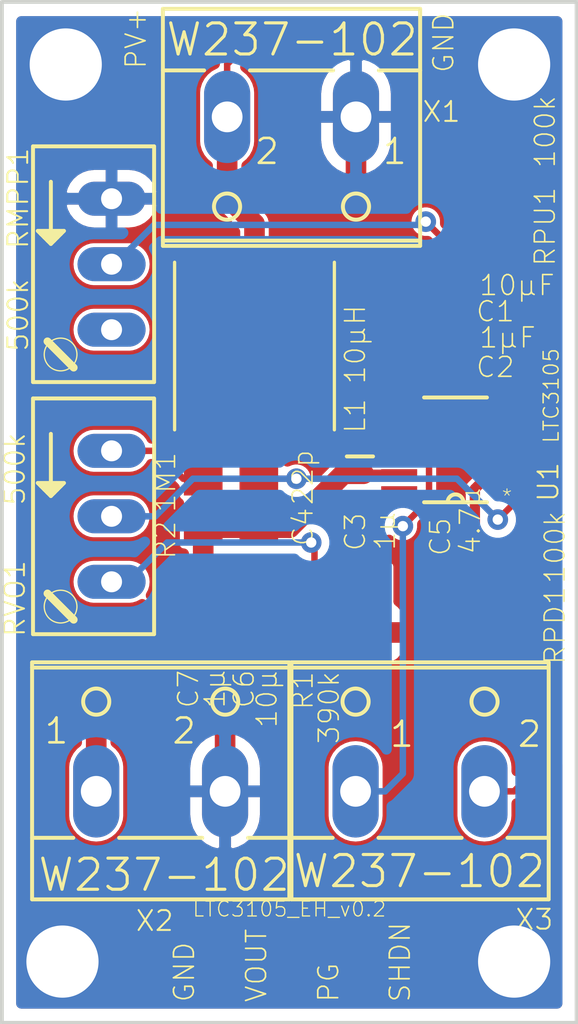
<source format=kicad_pcb>
(kicad_pcb (version 20171130) (host pcbnew 5.1.5)

  (general
    (thickness 1.6)
    (drawings 11)
    (tracks 122)
    (zones 0)
    (modules 18)
    (nets 13)
  )

  (page A4)
  (layers
    (0 Top signal)
    (31 Bottom signal)
    (32 B.Adhes user)
    (33 F.Adhes user)
    (34 B.Paste user)
    (35 F.Paste user)
    (36 B.SilkS user)
    (37 F.SilkS user)
    (38 B.Mask user)
    (39 F.Mask user)
    (40 Dwgs.User user)
    (41 Cmts.User user)
    (42 Eco1.User user)
    (43 Eco2.User user)
    (44 Edge.Cuts user)
    (45 Margin user hide)
    (46 B.CrtYd user)
    (47 F.CrtYd user)
    (48 B.Fab user)
    (49 F.Fab user)
  )

  (setup
    (last_trace_width 0.25)
    (user_trace_width 0.4)
    (user_trace_width 0.5)
    (user_trace_width 0.8)
    (trace_clearance 0.1524)
    (zone_clearance 0.508)
    (zone_45_only no)
    (trace_min 0.2)
    (via_size 0.8)
    (via_drill 0.4)
    (via_min_size 0.254)
    (via_min_drill 0.3)
    (uvia_size 0.3)
    (uvia_drill 0.1)
    (uvias_allowed no)
    (uvia_min_size 0.2)
    (uvia_min_drill 0.1)
    (edge_width 0.15)
    (segment_width 0.2)
    (pcb_text_width 0.3)
    (pcb_text_size 1.5 1.5)
    (mod_edge_width 0.15)
    (mod_text_size 1 1)
    (mod_text_width 0.15)
    (pad_size 1.524 1.524)
    (pad_drill 0.762)
    (pad_to_mask_clearance 0.2)
    (aux_axis_origin 0 0)
    (visible_elements FFFFFFFF)
    (pcbplotparams
      (layerselection 0x010fc_ffffffff)
      (usegerberextensions true)
      (usegerberattributes false)
      (usegerberadvancedattributes false)
      (creategerberjobfile false)
      (excludeedgelayer true)
      (linewidth 0.100000)
      (plotframeref false)
      (viasonmask false)
      (mode 1)
      (useauxorigin false)
      (hpglpennumber 1)
      (hpglpenspeed 20)
      (hpglpendiameter 15.000000)
      (psnegative false)
      (psa4output false)
      (plotreference true)
      (plotvalue true)
      (plotinvisibletext false)
      (padsonsilk false)
      (subtractmaskfromsilk false)
      (outputformat 1)
      (mirror false)
      (drillshape 0)
      (scaleselection 1)
      (outputdirectory "gerbers/"))
  )

  (net 0 "")
  (net 1 GND)
  (net 2 /PV+)
  (net 3 /2.2V_LDO)
  (net 4 /VOUT)
  (net 5 "Net-(L1-Pad1)")
  (net 6 "Net-(R1-Pad2)")
  (net 7 "Net-(R2-Pad2)")
  (net 8 /SHDN)
  (net 9 /PGOOD)
  (net 10 "Net-(C3-Pad2)")
  (net 11 "Net-(C4-Pad1)")
  (net 12 "Net-(RMPP1-PadS)")

  (net_class Default "This is the default net class."
    (clearance 0.1524)
    (trace_width 0.25)
    (via_dia 0.8)
    (via_drill 0.4)
    (uvia_dia 0.3)
    (uvia_drill 0.1)
    (add_net /2.2V_LDO)
    (add_net /PGOOD)
    (add_net /PV+)
    (add_net /SHDN)
    (add_net /VOUT)
    (add_net GND)
    (add_net "Net-(C3-Pad2)")
    (add_net "Net-(C4-Pad1)")
    (add_net "Net-(L1-Pad1)")
    (add_net "Net-(R1-Pad2)")
    (add_net "Net-(R2-Pad2)")
    (add_net "Net-(RMPP1-PadS)")
  )

  (module TDK_CLF_6045NI-D (layer Top) (tedit 0) (tstamp 5A6F3DA6)
    (at 147.1511 98.552 90)
    (path /D4A5B4F6)
    (fp_text reference L1 (at -3.429 4.3599 90) (layer F.SilkS)
      (effects (font (size 0.77216 0.77216) (thickness 0.061772)) (justify left bottom))
    )
    (fp_text value 10µH (at -1.524 4.3599 90) (layer F.SilkS)
      (effects (font (size 0.77216 0.77216) (thickness 0.061772)) (justify left bottom))
    )
    (fp_poly (pts (xy -3.5 3.4) (xy 3.5 3.4) (xy 3.5 -3.4) (xy -3.5 -3.4)) (layer Dwgs.User) (width 0))
    (fp_line (start -3.35 -3.2) (end -3.35 3.2) (layer Dwgs.User) (width 0.127))
    (fp_line (start 3.35 -3.2) (end 3.35 3.2) (layer Dwgs.User) (width 0.127))
    (fp_line (start -3.35 -3.2) (end 3.35 -3.2) (layer Dwgs.User) (width 0.127))
    (fp_line (start -3.35 3.2) (end 3.35 3.2) (layer Dwgs.User) (width 0.127))
    (fp_line (start -3.25 -3.1) (end 3.25 -3.1) (layer F.SilkS) (width 0.127))
    (fp_line (start 3.25 3) (end 3.25 -3) (layer F.Fab) (width 0.127))
    (fp_line (start -3.25 3) (end -3.25 -3) (layer F.Fab) (width 0.127))
    (fp_line (start -3.25 3.1) (end 3.25 3.1) (layer F.SilkS) (width 0.127))
    (pad 2 smd rect (at 2.45 0 90) (size 2.1 2.2) (layers Top F.Paste F.Mask)
      (net 2 /PV+))
    (pad 1 smd rect (at -2.45 0 90) (size 2.1 2.2) (layers Top F.Paste F.Mask)
      (net 5 "Net-(L1-Pad1)"))
  )

  (module W237-102 (layer Top) (tedit 0) (tstamp 5E975D89)
    (at 143.51 114.554)
    (descr "<b>WAGO SCREW CLAMP</b>")
    (path /753049C4)
    (fp_text reference X2 (at -1.016 5.842) (layer F.SilkS)
      (effects (font (size 0.77216 0.77216) (thickness 0.077216)) (justify left top))
    )
    (fp_text value W237-102 (at -4.826 3.81) (layer F.SilkS)
      (effects (font (size 1.2065 1.2065) (thickness 0.12065)) (justify left top))
    )
    (fp_text user 2 (at 1.437 -0.508 180) (layer F.SilkS)
      (effects (font (size 0.9652 0.9652) (thickness 0.1016)) (justify right bottom))
    )
    (fp_text user 1 (at -3.516 -0.508 180) (layer F.SilkS)
      (effects (font (size 0.9652 0.9652) (thickness 0.1016)) (justify right bottom))
    )
    (fp_circle (center 2.5038 -2.2098) (end 3.0118 -2.2098) (layer F.SilkS) (width 0.1524))
    (fp_circle (center 2.5038 1.27) (end 4.0024 1.27) (layer F.Fab) (width 0.1524))
    (fp_circle (center -2.5 -2.2098) (end -1.992 -2.2098) (layer F.SilkS) (width 0.1524))
    (fp_circle (center -2.5 1.27) (end -1.0014 1.27) (layer F.Fab) (width 0.1524))
    (fp_line (start 1.615 3.073) (end 3.393 3.073) (layer F.Fab) (width 0.1524))
    (fp_line (start 4.993 -3.531) (end 4.993 3.073) (layer F.SilkS) (width 0.1524))
    (fp_line (start -4.989 -3.531) (end -4.989 -3.734) (layer F.SilkS) (width 0.1524))
    (fp_line (start -4.989 -3.531) (end 4.993 -3.531) (layer F.SilkS) (width 0.1524))
    (fp_line (start 4.993 3.073) (end 4.993 5.461) (layer F.SilkS) (width 0.1524))
    (fp_line (start -4.989 3.073) (end -4.989 -3.531) (layer F.SilkS) (width 0.1524))
    (fp_line (start 3.393 3.073) (end 4.993 3.073) (layer F.SilkS) (width 0.1524))
    (fp_line (start -1.611 3.073) (end 1.615 3.073) (layer F.SilkS) (width 0.1524))
    (fp_line (start -3.389 3.073) (end -1.611 3.073) (layer F.Fab) (width 0.1524))
    (fp_line (start -4.989 3.073) (end -3.389 3.073) (layer F.SilkS) (width 0.1524))
    (fp_line (start -4.989 5.461) (end -4.989 3.073) (layer F.SilkS) (width 0.1524))
    (fp_line (start 4.993 -3.734) (end -4.989 -3.734) (layer F.SilkS) (width 0.1524))
    (fp_line (start 4.993 -3.734) (end 4.993 -3.531) (layer F.SilkS) (width 0.1524))
    (fp_line (start -4.989 5.461) (end 4.993 5.461) (layer F.SilkS) (width 0.1524))
    (fp_line (start 1.488 2.261) (end 3.469 0.254) (layer F.Fab) (width 0.254))
    (fp_line (start -3.491 2.286) (end -1.484 0.279) (layer F.Fab) (width 0.254))
    (pad 2 thru_hole oval (at 2.5 1.27 90) (size 3.5814 1.7907) (drill 1.1938) (layers *.Cu *.Mask)
      (net 1 GND))
    (pad 1 thru_hole oval (at -2.5 1.27 90) (size 3.5814 1.7907) (drill 1.1938) (layers *.Cu *.Mask)
      (net 4 /VOUT))
  )

  (module W237-102 (layer Top) (tedit 0) (tstamp 5A6F3D55)
    (at 148.59 90.932 180)
    (descr "<b>WAGO SCREW CLAMP</b>")
    (path /DDF2E3E2)
    (fp_text reference X1 (at -6.604 1.016) (layer F.SilkS)
      (effects (font (size 0.77216 0.77216) (thickness 0.077216)) (justify right bottom))
    )
    (fp_text value W237-102 (at -4.9841 3.556) (layer F.SilkS)
      (effects (font (size 1.2065 1.2065) (thickness 0.12065)) (justify right bottom))
    )
    (fp_text user 2 (at 0.421 -0.635) (layer F.SilkS)
      (effects (font (size 0.9652 0.9652) (thickness 0.1016)) (justify right bottom))
    )
    (fp_text user 1 (at -4.532 -0.635) (layer F.SilkS)
      (effects (font (size 0.9652 0.9652) (thickness 0.1016)) (justify right bottom))
    )
    (fp_circle (center 2.5038 -2.2098) (end 3.0118 -2.2098) (layer F.SilkS) (width 0.1524))
    (fp_circle (center 2.5038 1.27) (end 4.0024 1.27) (layer F.Fab) (width 0.1524))
    (fp_circle (center -2.5 -2.2098) (end -1.992 -2.2098) (layer F.SilkS) (width 0.1524))
    (fp_circle (center -2.5 1.27) (end -1.0014 1.27) (layer F.Fab) (width 0.1524))
    (fp_line (start 1.615 3.073) (end 3.393 3.073) (layer F.Fab) (width 0.1524))
    (fp_line (start 4.993 -3.531) (end 4.993 3.073) (layer F.SilkS) (width 0.1524))
    (fp_line (start -4.989 -3.531) (end -4.989 -3.734) (layer F.SilkS) (width 0.1524))
    (fp_line (start -4.989 -3.531) (end 4.993 -3.531) (layer F.SilkS) (width 0.1524))
    (fp_line (start 4.993 3.073) (end 4.993 5.461) (layer F.SilkS) (width 0.1524))
    (fp_line (start -4.989 3.073) (end -4.989 -3.531) (layer F.SilkS) (width 0.1524))
    (fp_line (start 3.393 3.073) (end 4.993 3.073) (layer F.SilkS) (width 0.1524))
    (fp_line (start -1.611 3.073) (end 1.615 3.073) (layer F.SilkS) (width 0.1524))
    (fp_line (start -3.389 3.073) (end -1.611 3.073) (layer F.Fab) (width 0.1524))
    (fp_line (start -4.989 3.073) (end -3.389 3.073) (layer F.SilkS) (width 0.1524))
    (fp_line (start -4.989 5.461) (end -4.989 3.073) (layer F.SilkS) (width 0.1524))
    (fp_line (start 4.993 -3.734) (end -4.989 -3.734) (layer F.SilkS) (width 0.1524))
    (fp_line (start 4.993 -3.734) (end 4.993 -3.531) (layer F.SilkS) (width 0.1524))
    (fp_line (start -4.989 5.461) (end 4.993 5.461) (layer F.SilkS) (width 0.1524))
    (fp_line (start 1.488 2.261) (end 3.469 0.254) (layer F.Fab) (width 0.254))
    (fp_line (start -3.491 2.286) (end -1.484 0.279) (layer F.Fab) (width 0.254))
    (pad 2 thru_hole oval (at 2.5 1.27 270) (size 3.5814 1.7907) (drill 1.1938) (layers *.Cu *.Mask)
      (net 2 /PV+))
    (pad 1 thru_hole oval (at -2.5 1.27 270) (size 3.5814 1.7907) (drill 1.1938) (layers *.Cu *.Mask)
      (net 1 GND))
  )

  (module W237-102 (layer Top) (tedit 0) (tstamp 5E975D32)
    (at 153.5741 114.554)
    (descr "<b>WAGO SCREW CLAMP</b>")
    (path /03A3F618)
    (fp_text reference X3 (at 3.6519 6.6954) (layer F.SilkS)
      (effects (font (size 0.77216 0.77216) (thickness 0.077216)) (justify left bottom))
    )
    (fp_text value W237-102 (at -4.9841 5.08) (layer F.SilkS)
      (effects (font (size 1.2065 1.2065) (thickness 0.12065)) (justify left bottom))
    )
    (fp_text user 2 (at 3.723 -0.381) (layer F.SilkS)
      (effects (font (size 0.9652 0.9652) (thickness 0.1016)) (justify left bottom))
    )
    (fp_text user 1 (at -1.23 -0.381) (layer F.SilkS)
      (effects (font (size 0.9652 0.9652) (thickness 0.1016)) (justify left bottom))
    )
    (fp_circle (center 2.5038 -2.2098) (end 3.0118 -2.2098) (layer F.SilkS) (width 0.1524))
    (fp_circle (center 2.5038 1.27) (end 4.0024 1.27) (layer F.Fab) (width 0.1524))
    (fp_circle (center -2.5 -2.2098) (end -1.992 -2.2098) (layer F.SilkS) (width 0.1524))
    (fp_circle (center -2.5 1.27) (end -1.0014 1.27) (layer F.Fab) (width 0.1524))
    (fp_line (start 1.615 3.073) (end 3.393 3.073) (layer F.Fab) (width 0.1524))
    (fp_line (start 4.993 -3.531) (end 4.993 3.073) (layer F.SilkS) (width 0.1524))
    (fp_line (start -4.989 -3.531) (end -4.989 -3.734) (layer F.SilkS) (width 0.1524))
    (fp_line (start -4.989 -3.531) (end 4.993 -3.531) (layer F.SilkS) (width 0.1524))
    (fp_line (start 4.993 3.073) (end 4.993 5.461) (layer F.SilkS) (width 0.1524))
    (fp_line (start -4.989 3.073) (end -4.989 -3.531) (layer F.SilkS) (width 0.1524))
    (fp_line (start 3.393 3.073) (end 4.993 3.073) (layer F.SilkS) (width 0.1524))
    (fp_line (start -1.611 3.073) (end 1.615 3.073) (layer F.SilkS) (width 0.1524))
    (fp_line (start -3.389 3.073) (end -1.611 3.073) (layer F.Fab) (width 0.1524))
    (fp_line (start -4.989 3.073) (end -3.389 3.073) (layer F.SilkS) (width 0.1524))
    (fp_line (start -4.989 5.461) (end -4.989 3.073) (layer F.SilkS) (width 0.1524))
    (fp_line (start 4.993 -3.734) (end -4.989 -3.734) (layer F.SilkS) (width 0.1524))
    (fp_line (start 4.993 -3.734) (end 4.993 -3.531) (layer F.SilkS) (width 0.1524))
    (fp_line (start -4.989 5.461) (end 4.993 5.461) (layer F.SilkS) (width 0.1524))
    (fp_line (start 1.488 2.261) (end 3.469 0.254) (layer F.Fab) (width 0.254))
    (fp_line (start -3.491 2.286) (end -1.484 0.279) (layer F.Fab) (width 0.254))
    (pad 2 thru_hole oval (at 2.5 1.27 90) (size 3.5814 1.7907) (drill 1.1938) (layers *.Cu *.Mask)
      (net 8 /SHDN))
    (pad 1 thru_hole oval (at -2.5 1.27 90) (size 3.5814 1.7907) (drill 1.1938) (layers *.Cu *.Mask)
      (net 9 /PGOOD))
  )

  (module RJ9W (layer Top) (tedit 0) (tstamp 5E9750A7)
    (at 140.97 95.377 270)
    (descr "<b>POTENTIOMETER</b><p>\nCopal")
    (path /C0D9CA98)
    (fp_text reference RMPP1 (at -4.572 2.54 90) (layer F.SilkS)
      (effects (font (size 0.77216 0.77216) (thickness 0.077216)) (justify right bottom))
    )
    (fp_text value 500k (at 0.508 2.54 90) (layer F.SilkS)
      (effects (font (size 0.77216 0.77216) (thickness 0.077216)) (justify right bottom))
    )
    (fp_line (start -4.572 2.413) (end 4.572 2.413) (layer F.SilkS) (width 0.1524))
    (fp_line (start 4.572 -2.286) (end 4.572 2.413) (layer F.SilkS) (width 0.1524))
    (fp_line (start 4.572 -2.286) (end -4.572 -2.286) (layer F.SilkS) (width 0.1524))
    (fp_line (start -4.572 2.413) (end -4.572 -2.286) (layer F.SilkS) (width 0.1524))
    (fp_line (start 4.01 0.835) (end 2.994 1.851) (layer F.SilkS) (width 0.3048))
    (fp_line (start -0.785 1.72) (end -1.166 1.72) (layer F.SilkS) (width 0.1524))
    (fp_line (start -0.785 1.72) (end -0.912 1.847) (layer F.SilkS) (width 0.1524))
    (fp_line (start -0.785 1.72) (end -0.912 1.593) (layer F.SilkS) (width 0.1524))
    (fp_line (start -1.039 1.974) (end -1.039 1.466) (layer F.SilkS) (width 0.1524))
    (fp_line (start -1.039 1.974) (end -1.166 2.101) (layer F.SilkS) (width 0.1524))
    (fp_line (start -1.039 1.466) (end -1.166 1.339) (layer F.SilkS) (width 0.1524))
    (fp_line (start -0.912 1.847) (end -0.912 1.593) (layer F.SilkS) (width 0.1524))
    (fp_line (start -0.912 1.847) (end -1.039 1.974) (layer F.SilkS) (width 0.1524))
    (fp_line (start -0.912 1.593) (end -1.039 1.466) (layer F.SilkS) (width 0.1524))
    (fp_line (start -1.166 1.72) (end -1.166 1.339) (layer F.SilkS) (width 0.1524))
    (fp_line (start -1.166 2.101) (end -1.166 1.72) (layer F.SilkS) (width 0.1524))
    (fp_line (start -1.293 2.228) (end -1.166 2.101) (layer F.SilkS) (width 0.1524))
    (fp_line (start -1.166 1.339) (end -1.293 1.212) (layer F.SilkS) (width 0.1524))
    (fp_line (start -1.293 1.212) (end -1.293 2.228) (layer F.SilkS) (width 0.1524))
    (fp_line (start -3.198 1.72) (end -1.166 1.72) (layer F.SilkS) (width 0.1524))
    (fp_circle (center 3.502 1.343) (end 4.002 1.343) (layer F.Fab) (width 0.1524))
    (fp_circle (center 3.502 1.343) (end 4.137 1.343) (layer F.SilkS) (width 0.0508))
    (fp_text user 1 (at 3.429 -0.127 180) (layer F.Fab)
      (effects (font (size 1.2065 1.2065) (thickness 0.127)) (justify right bottom))
    )
    (fp_text user 3 (at -4.318 0 90) (layer F.Fab)
      (effects (font (size 1.2065 1.2065) (thickness 0.127)) (justify right bottom))
    )
    (pad E thru_hole oval (at -2.54 -0.635) (size 2.6416 1.3208) (drill 0.8128) (layers *.Cu *.Mask)
      (net 1 GND))
    (pad A thru_hole oval (at 2.54 -0.635) (size 2.6416 1.3208) (drill 0.8128) (layers *.Cu *.Mask))
    (pad S thru_hole oval (at 0 -0.635) (size 2.6416 1.3208) (drill 0.8128) (layers *.Cu *.Mask)
      (net 12 "Net-(RMPP1-PadS)"))
  )

  (module RJ9W (layer Top) (tedit 0) (tstamp 5E972BB8)
    (at 140.97 105.156 270)
    (descr "<b>POTENTIOMETER</b><p>\nCopal")
    (path /50182C93)
    (fp_text reference RVO1 (at 1.651 2.667 90) (layer F.SilkS)
      (effects (font (size 0.77216 0.77216) (thickness 0.077216)) (justify right bottom))
    )
    (fp_text value 500k (at -3.302 2.667 90) (layer F.SilkS)
      (effects (font (size 0.77216 0.77216) (thickness 0.077216)) (justify right bottom))
    )
    (fp_text user 3 (at -4.318 0 90) (layer F.Fab)
      (effects (font (size 1.2065 1.2065) (thickness 0.127)) (justify right bottom))
    )
    (fp_text user 1 (at 3.429 -0.127 90) (layer F.Fab)
      (effects (font (size 1.2065 1.2065) (thickness 0.127)) (justify right bottom))
    )
    (fp_circle (center 3.502 1.343) (end 4.137 1.343) (layer F.SilkS) (width 0.0508))
    (fp_circle (center 3.502 1.343) (end 4.002 1.343) (layer F.Fab) (width 0.1524))
    (fp_line (start -3.198 1.72) (end -1.166 1.72) (layer F.SilkS) (width 0.1524))
    (fp_line (start -1.293 1.212) (end -1.293 2.228) (layer F.SilkS) (width 0.1524))
    (fp_line (start -1.166 1.339) (end -1.293 1.212) (layer F.SilkS) (width 0.1524))
    (fp_line (start -1.293 2.228) (end -1.166 2.101) (layer F.SilkS) (width 0.1524))
    (fp_line (start -1.166 2.101) (end -1.166 1.72) (layer F.SilkS) (width 0.1524))
    (fp_line (start -1.166 1.72) (end -1.166 1.339) (layer F.SilkS) (width 0.1524))
    (fp_line (start -0.912 1.593) (end -1.039 1.466) (layer F.SilkS) (width 0.1524))
    (fp_line (start -0.912 1.847) (end -1.039 1.974) (layer F.SilkS) (width 0.1524))
    (fp_line (start -0.912 1.847) (end -0.912 1.593) (layer F.SilkS) (width 0.1524))
    (fp_line (start -1.039 1.466) (end -1.166 1.339) (layer F.SilkS) (width 0.1524))
    (fp_line (start -1.039 1.974) (end -1.166 2.101) (layer F.SilkS) (width 0.1524))
    (fp_line (start -1.039 1.974) (end -1.039 1.466) (layer F.SilkS) (width 0.1524))
    (fp_line (start -0.785 1.72) (end -0.912 1.593) (layer F.SilkS) (width 0.1524))
    (fp_line (start -0.785 1.72) (end -0.912 1.847) (layer F.SilkS) (width 0.1524))
    (fp_line (start -0.785 1.72) (end -1.166 1.72) (layer F.SilkS) (width 0.1524))
    (fp_line (start 4.01 0.835) (end 2.994 1.851) (layer F.SilkS) (width 0.3048))
    (fp_line (start -4.572 2.413) (end -4.572 -2.286) (layer F.SilkS) (width 0.1524))
    (fp_line (start 4.572 -2.286) (end -4.572 -2.286) (layer F.SilkS) (width 0.1524))
    (fp_line (start 4.572 -2.286) (end 4.572 2.413) (layer F.SilkS) (width 0.1524))
    (fp_line (start -4.572 2.413) (end 4.572 2.413) (layer F.SilkS) (width 0.1524))
    (pad S thru_hole oval (at 0 -0.635) (size 2.6416 1.3208) (drill 0.8128) (layers *.Cu *.Mask)
      (net 11 "Net-(C4-Pad1)"))
    (pad A thru_hole oval (at 2.54 -0.635) (size 2.6416 1.3208) (drill 0.8128) (layers *.Cu *.Mask)
      (net 6 "Net-(R1-Pad2)"))
    (pad E thru_hole oval (at -2.54 -0.635) (size 2.6416 1.3208) (drill 0.8128) (layers *.Cu *.Mask)
      (net 7 "Net-(R2-Pad2)"))
  )

  (module C0805 (layer Top) (tedit 0) (tstamp 5A6F3C84)
    (at 153.57674 96.758441 180)
    (descr <b>CAPACITOR</b><p>)
    (path /0BA3E8AC)
    (fp_text reference C1 (at -2.12526 -0.904559) (layer F.SilkS)
      (effects (font (size 0.77216 0.77216) (thickness 0.061772)) (justify left bottom))
    )
    (fp_text value 10µF (at -2.25226 0.111441) (layer F.SilkS)
      (effects (font (size 0.77216 0.77216) (thickness 0.061772)) (justify left bottom))
    )
    (fp_poly (pts (xy -0.1001 0.4001) (xy 0.1001 0.4001) (xy 0.1001 -0.4001) (xy -0.1001 -0.4001)) (layer F.Adhes) (width 0))
    (fp_poly (pts (xy 0.3556 0.7239) (xy 1.1057 0.7239) (xy 1.1057 -0.7262) (xy 0.3556 -0.7262)) (layer F.Fab) (width 0))
    (fp_poly (pts (xy -1.0922 0.7239) (xy -0.3421 0.7239) (xy -0.3421 -0.7262) (xy -1.0922 -0.7262)) (layer F.Fab) (width 0))
    (fp_line (start 1.973 -0.983) (end 1.973 0.983) (layer Dwgs.User) (width 0.0508))
    (fp_line (start -0.356 0.66) (end 0.381 0.66) (layer F.Fab) (width 0.1016))
    (fp_line (start -0.381 -0.66) (end 0.381 -0.66) (layer F.Fab) (width 0.1016))
    (fp_line (start -1.973 0.983) (end -1.973 -0.983) (layer Dwgs.User) (width 0.0508))
    (fp_line (start 1.973 0.983) (end -1.973 0.983) (layer Dwgs.User) (width 0.0508))
    (fp_line (start -1.973 -0.983) (end 1.973 -0.983) (layer Dwgs.User) (width 0.0508))
    (pad 2 smd rect (at 0.95 0 180) (size 1.3 1.5) (layers Top F.Paste F.Mask)
      (net 2 /PV+))
    (pad 1 smd rect (at -0.95 0 180) (size 1.3 1.5) (layers Top F.Paste F.Mask)
      (net 1 GND))
  )

  (module C0805 (layer Top) (tedit 0) (tstamp 5A6F3C92)
    (at 147.32 104.648 270)
    (descr <b>CAPACITOR</b><p>)
    (path /2C64D552)
    (fp_text reference C4 (at 0.127 -2.159 90) (layer F.SilkS)
      (effects (font (size 0.77216 0.77216) (thickness 0.061772)) (justify right bottom))
    )
    (fp_text value 22p (at 0.127 -2.159 90) (layer F.SilkS)
      (effects (font (size 0.77216 0.77216) (thickness 0.061772)) (justify left bottom))
    )
    (fp_poly (pts (xy -0.1001 0.4001) (xy 0.1001 0.4001) (xy 0.1001 -0.4001) (xy -0.1001 -0.4001)) (layer F.Adhes) (width 0))
    (fp_poly (pts (xy 0.3556 0.7239) (xy 1.1057 0.7239) (xy 1.1057 -0.7262) (xy 0.3556 -0.7262)) (layer F.Fab) (width 0))
    (fp_poly (pts (xy -1.0922 0.7239) (xy -0.3421 0.7239) (xy -0.3421 -0.7262) (xy -1.0922 -0.7262)) (layer F.Fab) (width 0))
    (fp_line (start 1.973 -0.983) (end 1.973 0.983) (layer Dwgs.User) (width 0.0508))
    (fp_line (start -0.356 0.66) (end 0.381 0.66) (layer F.Fab) (width 0.1016))
    (fp_line (start -0.381 -0.66) (end 0.381 -0.66) (layer F.Fab) (width 0.1016))
    (fp_line (start -1.973 0.983) (end -1.973 -0.983) (layer Dwgs.User) (width 0.0508))
    (fp_line (start 1.973 0.983) (end -1.973 0.983) (layer Dwgs.User) (width 0.0508))
    (fp_line (start -1.973 -0.983) (end 1.973 -0.983) (layer Dwgs.User) (width 0.0508))
    (pad 2 smd rect (at 0.95 0 270) (size 1.3 1.5) (layers Top F.Paste F.Mask)
      (net 4 /VOUT))
    (pad 1 smd rect (at -0.95 0 270) (size 1.3 1.5) (layers Top F.Paste F.Mask)
      (net 11 "Net-(C4-Pad1)"))
  )

  (module C0805 (layer Top) (tedit 0) (tstamp 5E971143)
    (at 151.638 108.712 90)
    (descr <b>CAPACITOR</b><p>)
    (path /48F513CD)
    (fp_text reference C3 (at 2.159 -0.127 90) (layer F.SilkS)
      (effects (font (size 0.77216 0.77216) (thickness 0.061772)) (justify left bottom))
    )
    (fp_text value 1µ (at 3.81 0.127 90) (layer F.SilkS)
      (effects (font (size 0.77216 0.77216) (thickness 0.061772)) (justify right top))
    )
    (fp_line (start -1.973 -0.983) (end 1.973 -0.983) (layer Dwgs.User) (width 0.0508))
    (fp_line (start 1.973 0.983) (end -1.973 0.983) (layer Dwgs.User) (width 0.0508))
    (fp_line (start -1.973 0.983) (end -1.973 -0.983) (layer Dwgs.User) (width 0.0508))
    (fp_line (start -0.381 -0.66) (end 0.381 -0.66) (layer F.Fab) (width 0.1016))
    (fp_line (start -0.356 0.66) (end 0.381 0.66) (layer F.Fab) (width 0.1016))
    (fp_line (start 1.973 -0.983) (end 1.973 0.983) (layer Dwgs.User) (width 0.0508))
    (fp_poly (pts (xy -1.0922 0.7239) (xy -0.3421 0.7239) (xy -0.3421 -0.7262) (xy -1.0922 -0.7262)) (layer F.Fab) (width 0))
    (fp_poly (pts (xy 0.3556 0.7239) (xy 1.1057 0.7239) (xy 1.1057 -0.7262) (xy 0.3556 -0.7262)) (layer F.Fab) (width 0))
    (fp_poly (pts (xy -0.1001 0.4001) (xy 0.1001 0.4001) (xy 0.1001 -0.4001) (xy -0.1001 -0.4001)) (layer F.Adhes) (width 0))
    (pad 1 smd rect (at -0.95 0 90) (size 1.3 1.5) (layers Top F.Paste F.Mask)
      (net 1 GND))
    (pad 2 smd rect (at 0.95 0 90) (size 1.3 1.5) (layers Top F.Paste F.Mask)
      (net 10 "Net-(C3-Pad2)"))
  )

  (module R0805 (layer Top) (tedit 0) (tstamp 5E975E36)
    (at 149.479 108.712 90)
    (descr <b>RESISTOR</b><p>)
    (path /44985C5E)
    (fp_text reference R1 (at -2.413 0 270) (layer F.SilkS)
      (effects (font (size 0.77216 0.77216) (thickness 0.061772)) (justify right bottom))
    )
    (fp_text value 390k (at -2.413 1.016 90) (layer F.SilkS)
      (effects (font (size 0.77216 0.77216) (thickness 0.061772)) (justify right bottom))
    )
    (fp_poly (pts (xy -0.1999 0.5001) (xy 0.1999 0.5001) (xy 0.1999 -0.5001) (xy -0.1999 -0.5001)) (layer F.Adhes) (width 0))
    (fp_poly (pts (xy -1.0668 0.6985) (xy -0.4168 0.6985) (xy -0.4168 -0.7015) (xy -1.0668 -0.7015)) (layer F.Fab) (width 0))
    (fp_poly (pts (xy 0.4064 0.6985) (xy 1.0564 0.6985) (xy 1.0564 -0.7015) (xy 0.4064 -0.7015)) (layer F.Fab) (width 0))
    (fp_line (start -1.973 0.983) (end -1.973 -0.983) (layer Dwgs.User) (width 0.0508))
    (fp_line (start 1.973 0.983) (end -1.973 0.983) (layer Dwgs.User) (width 0.0508))
    (fp_line (start 1.973 -0.983) (end 1.973 0.983) (layer Dwgs.User) (width 0.0508))
    (fp_line (start -1.973 -0.983) (end 1.973 -0.983) (layer Dwgs.User) (width 0.0508))
    (fp_line (start -0.41 0.635) (end 0.41 0.635) (layer F.Fab) (width 0.1524))
    (fp_line (start -0.41 -0.635) (end 0.41 -0.635) (layer F.Fab) (width 0.1524))
    (pad 2 smd rect (at 0.95 0 90) (size 1.3 1.5) (layers Top F.Paste F.Mask)
      (net 6 "Net-(R1-Pad2)"))
    (pad 1 smd rect (at -0.95 0 90) (size 1.3 1.5) (layers Top F.Paste F.Mask)
      (net 1 GND))
  )

  (module R0805 (layer Top) (tedit 0) (tstamp 5A6F3CBC)
    (at 145.161 104.648 90)
    (descr <b>RESISTOR</b><p>)
    (path /156D1719)
    (fp_text reference R2 (at -0.635 -1.016 90) (layer F.SilkS)
      (effects (font (size 0.77216 0.77216) (thickness 0.061772)) (justify right bottom))
    )
    (fp_text value 1M1 (at 2.032 -1.016 90) (layer F.SilkS)
      (effects (font (size 0.77216 0.77216) (thickness 0.061772)) (justify right bottom))
    )
    (fp_poly (pts (xy -0.1999 0.5001) (xy 0.1999 0.5001) (xy 0.1999 -0.5001) (xy -0.1999 -0.5001)) (layer F.Adhes) (width 0))
    (fp_poly (pts (xy -1.0668 0.6985) (xy -0.4168 0.6985) (xy -0.4168 -0.7015) (xy -1.0668 -0.7015)) (layer F.Fab) (width 0))
    (fp_poly (pts (xy 0.4064 0.6985) (xy 1.0564 0.6985) (xy 1.0564 -0.7015) (xy 0.4064 -0.7015)) (layer F.Fab) (width 0))
    (fp_line (start -1.973 0.983) (end -1.973 -0.983) (layer Dwgs.User) (width 0.0508))
    (fp_line (start 1.973 0.983) (end -1.973 0.983) (layer Dwgs.User) (width 0.0508))
    (fp_line (start 1.973 -0.983) (end 1.973 0.983) (layer Dwgs.User) (width 0.0508))
    (fp_line (start -1.973 -0.983) (end 1.973 -0.983) (layer Dwgs.User) (width 0.0508))
    (fp_line (start -0.41 0.635) (end 0.41 0.635) (layer F.Fab) (width 0.1524))
    (fp_line (start -0.41 -0.635) (end 0.41 -0.635) (layer F.Fab) (width 0.1524))
    (pad 2 smd rect (at 0.95 0 90) (size 1.3 1.5) (layers Top F.Paste F.Mask)
      (net 7 "Net-(R2-Pad2)"))
    (pad 1 smd rect (at -0.95 0 90) (size 1.3 1.5) (layers Top F.Paste F.Mask)
      (net 4 /VOUT))
  )

  (module SOP65P490X110-12N (layer Top) (tedit 0) (tstamp 5A6F3D08)
    (at 154.9511 102.5786 180)
    (path /2D5A1CAE)
    (fp_text reference U1 (at -4.0529 -2.0694 90) (layer F.SilkS)
      (effects (font (size 0.77216 0.77216) (thickness 0.077216)) (justify left bottom))
    )
    (fp_text value LTC3105 (at -4.0529 0.2166 90) (layer F.SilkS)
      (effects (font (size 0.57912 0.57912) (thickness 0.057912)) (justify left bottom))
    )
    (fp_text user * (at -1.7526 -2.1604 180) (layer F.SilkS)
      (effects (font (size 0.57912 0.57912) (thickness 0.036576)) (justify left bottom))
    )
    (fp_arc (start 0 -2.032) (end 0.3048 -2.032) (angle 180) (layer F.SilkS) (width 0.1524))
    (fp_line (start -0.3048 -2.032) (end -1.2192 -2.032) (layer F.SilkS) (width 0.1524))
    (fp_line (start 0.3048 -2.032) (end -0.3048 -2.032) (layer F.SilkS) (width 0.1524))
    (fp_line (start 1.2192 -2.032) (end 0.3048 -2.032) (layer F.SilkS) (width 0.1524))
    (fp_line (start -1.2192 2.032) (end 1.2192 2.032) (layer F.SilkS) (width 0.1524))
    (fp_line (start 3.2004 -0.254) (end 4.2164 -0.254) (layer F.SilkS) (width 0.1524))
    (fp_arc (start 0 -2.032) (end 0.3048 -2.032) (angle 180) (layer F.Fab) (width 0.1))
    (fp_line (start -1.4986 -2.032) (end -1.4986 2.032) (layer F.Fab) (width 0.1))
    (fp_line (start -0.3048 -2.032) (end -1.4986 -2.032) (layer F.Fab) (width 0.1))
    (fp_line (start 0.3048 -2.032) (end -0.3048 -2.032) (layer F.Fab) (width 0.1))
    (fp_line (start 1.4986 -2.032) (end 0.3048 -2.032) (layer F.Fab) (width 0.1))
    (fp_line (start 1.4986 2.032) (end 1.4986 -2.032) (layer F.Fab) (width 0.1))
    (fp_line (start -1.4986 2.032) (end 1.4986 2.032) (layer F.Fab) (width 0.1))
    (fp_line (start 2.5146 -1.8034) (end 1.4986 -1.8034) (layer F.Fab) (width 0.1))
    (fp_line (start 2.5146 -1.4478) (end 2.5146 -1.8034) (layer F.Fab) (width 0.1))
    (fp_line (start 1.4986 -1.4478) (end 2.5146 -1.4478) (layer F.Fab) (width 0.1))
    (fp_line (start 1.4986 -1.8034) (end 1.4986 -1.4478) (layer F.Fab) (width 0.1))
    (fp_line (start 2.5146 -1.1684) (end 1.4986 -1.1684) (layer F.Fab) (width 0.1))
    (fp_line (start 2.5146 -0.7874) (end 2.5146 -1.1684) (layer F.Fab) (width 0.1))
    (fp_line (start 1.4986 -0.7874) (end 2.5146 -0.7874) (layer F.Fab) (width 0.1))
    (fp_line (start 1.4986 -1.1684) (end 1.4986 -0.7874) (layer F.Fab) (width 0.1))
    (fp_line (start 2.5146 -0.508) (end 1.4986 -0.508) (layer F.Fab) (width 0.1))
    (fp_line (start 2.5146 -0.127) (end 2.5146 -0.508) (layer F.Fab) (width 0.1))
    (fp_line (start 1.4986 -0.127) (end 2.5146 -0.127) (layer F.Fab) (width 0.1))
    (fp_line (start 1.4986 -0.508) (end 1.4986 -0.127) (layer F.Fab) (width 0.1))
    (fp_line (start 2.5146 0.127) (end 1.4986 0.127) (layer F.Fab) (width 0.1))
    (fp_line (start 2.5146 0.508) (end 2.5146 0.127) (layer F.Fab) (width 0.1))
    (fp_line (start 1.4986 0.508) (end 2.5146 0.508) (layer F.Fab) (width 0.1))
    (fp_line (start 1.4986 0.127) (end 1.4986 0.508) (layer F.Fab) (width 0.1))
    (fp_line (start 2.5146 0.7874) (end 1.4986 0.7874) (layer F.Fab) (width 0.1))
    (fp_line (start 2.5146 1.1684) (end 2.5146 0.7874) (layer F.Fab) (width 0.1))
    (fp_line (start 1.4986 1.1684) (end 2.5146 1.1684) (layer F.Fab) (width 0.1))
    (fp_line (start 1.4986 0.7874) (end 1.4986 1.1684) (layer F.Fab) (width 0.1))
    (fp_line (start 2.5146 1.4478) (end 1.4986 1.4478) (layer F.Fab) (width 0.1))
    (fp_line (start 2.5146 1.8034) (end 2.5146 1.4478) (layer F.Fab) (width 0.1))
    (fp_line (start 1.4986 1.8034) (end 2.5146 1.8034) (layer F.Fab) (width 0.1))
    (fp_line (start 1.4986 1.4478) (end 1.4986 1.8034) (layer F.Fab) (width 0.1))
    (fp_line (start -2.5146 1.8034) (end -1.4986 1.8034) (layer F.Fab) (width 0.1))
    (fp_line (start -2.5146 1.4478) (end -2.5146 1.8034) (layer F.Fab) (width 0.1))
    (fp_line (start -1.4986 1.4478) (end -2.5146 1.4478) (layer F.Fab) (width 0.1))
    (fp_line (start -1.4986 1.8034) (end -1.4986 1.4478) (layer F.Fab) (width 0.1))
    (fp_line (start -2.5146 1.1684) (end -1.4986 1.1684) (layer F.Fab) (width 0.1))
    (fp_line (start -2.5146 0.7874) (end -2.5146 1.1684) (layer F.Fab) (width 0.1))
    (fp_line (start -1.4986 0.7874) (end -2.5146 0.7874) (layer F.Fab) (width 0.1))
    (fp_line (start -1.4986 1.1684) (end -1.4986 0.7874) (layer F.Fab) (width 0.1))
    (fp_line (start -2.5146 0.508) (end -1.4986 0.508) (layer F.Fab) (width 0.1))
    (fp_line (start -2.5146 0.127) (end -2.5146 0.508) (layer F.Fab) (width 0.1))
    (fp_line (start -1.4986 0.127) (end -2.5146 0.127) (layer F.Fab) (width 0.1))
    (fp_line (start -1.4986 0.508) (end -1.4986 0.127) (layer F.Fab) (width 0.1))
    (fp_line (start -2.5146 -0.127) (end -1.4986 -0.127) (layer F.Fab) (width 0.1))
    (fp_line (start -2.5146 -0.508) (end -2.5146 -0.127) (layer F.Fab) (width 0.1))
    (fp_line (start -1.4986 -0.508) (end -2.5146 -0.508) (layer F.Fab) (width 0.1))
    (fp_line (start -1.4986 -0.127) (end -1.4986 -0.508) (layer F.Fab) (width 0.1))
    (fp_line (start -2.5146 -0.7874) (end -1.4986 -0.7874) (layer F.Fab) (width 0.1))
    (fp_line (start -2.5146 -1.1684) (end -2.5146 -0.7874) (layer F.Fab) (width 0.1))
    (fp_line (start -1.4986 -1.1684) (end -2.5146 -1.1684) (layer F.Fab) (width 0.1))
    (fp_line (start -1.4986 -0.7874) (end -1.4986 -1.1684) (layer F.Fab) (width 0.1))
    (fp_line (start -2.5146 -1.4478) (end -1.4986 -1.4478) (layer F.Fab) (width 0.1))
    (fp_line (start -2.5146 -1.8034) (end -2.5146 -1.4478) (layer F.Fab) (width 0.1))
    (fp_line (start -1.4986 -1.8034) (end -2.5146 -1.8034) (layer F.Fab) (width 0.1))
    (fp_line (start -1.4986 -1.4478) (end -1.4986 -1.8034) (layer F.Fab) (width 0.1))
    (pad 12 smd rect (at 2.1844 -1.6256 180) (size 1.397 0.4318) (layers Top F.Paste F.Mask)
      (net 10 "Net-(C3-Pad2)"))
    (pad 11 smd rect (at 2.1844 -0.9652 180) (size 1.397 0.4318) (layers Top F.Paste F.Mask)
      (net 4 /VOUT))
    (pad 10 smd rect (at 2.1844 -0.3302 180) (size 1.397 0.4318) (layers Top F.Paste F.Mask)
      (net 9 /PGOOD))
    (pad 9 smd rect (at 2.1844 0.3302 180) (size 1.397 0.4318) (layers Top F.Paste F.Mask)
      (net 5 "Net-(L1-Pad1)"))
    (pad 8 smd rect (at 2.1844 0.9652 180) (size 1.397 0.4318) (layers Top F.Paste F.Mask)
      (net 2 /PV+))
    (pad 7 smd rect (at 2.1844 1.6256 180) (size 1.397 0.4318) (layers Top F.Paste F.Mask)
      (net 1 GND))
    (pad 6 smd rect (at -2.1844 1.6256 180) (size 1.397 0.4318) (layers Top F.Paste F.Mask)
      (net 1 GND))
    (pad 5 smd rect (at -2.1844 0.9652 180) (size 1.397 0.4318) (layers Top F.Paste F.Mask)
      (net 12 "Net-(RMPP1-PadS)"))
    (pad 4 smd rect (at -2.1844 0.3302 180) (size 1.397 0.4318) (layers Top F.Paste F.Mask)
      (net 8 /SHDN))
    (pad 3 smd rect (at -2.1844 -0.3302 180) (size 1.397 0.4318) (layers Top F.Paste F.Mask)
      (net 1 GND))
    (pad 2 smd rect (at -2.1844 -0.9652 180) (size 1.397 0.4318) (layers Top F.Paste F.Mask)
      (net 3 /2.2V_LDO))
    (pad 1 smd rect (at -2.1844 -1.6256 180) (size 1.397 0.4318) (layers Top F.Paste F.Mask)
      (net 11 "Net-(C4-Pad1)"))
  )

  (module C0805 (layer Top) (tedit 0) (tstamp 5A6F3DB4)
    (at 153.5761 98.7786 180)
    (descr <b>CAPACITOR</b><p>)
    (path /580BEF03)
    (fp_text reference C2 (at -2.1259 -1.0434) (layer F.SilkS)
      (effects (font (size 0.77216 0.77216) (thickness 0.061772)) (justify left bottom))
    )
    (fp_text value 1µF (at -2.2529 0.0996) (layer F.SilkS)
      (effects (font (size 0.77216 0.77216) (thickness 0.061772)) (justify left bottom))
    )
    (fp_poly (pts (xy -0.1001 0.4001) (xy 0.1001 0.4001) (xy 0.1001 -0.4001) (xy -0.1001 -0.4001)) (layer F.Adhes) (width 0))
    (fp_poly (pts (xy 0.3556 0.7239) (xy 1.1057 0.7239) (xy 1.1057 -0.7262) (xy 0.3556 -0.7262)) (layer F.Fab) (width 0))
    (fp_poly (pts (xy -1.0922 0.7239) (xy -0.3421 0.7239) (xy -0.3421 -0.7262) (xy -1.0922 -0.7262)) (layer F.Fab) (width 0))
    (fp_line (start 1.973 -0.983) (end 1.973 0.983) (layer Dwgs.User) (width 0.0508))
    (fp_line (start -0.356 0.66) (end 0.381 0.66) (layer F.Fab) (width 0.1016))
    (fp_line (start -0.381 -0.66) (end 0.381 -0.66) (layer F.Fab) (width 0.1016))
    (fp_line (start -1.973 0.983) (end -1.973 -0.983) (layer Dwgs.User) (width 0.0508))
    (fp_line (start 1.973 0.983) (end -1.973 0.983) (layer Dwgs.User) (width 0.0508))
    (fp_line (start -1.973 -0.983) (end 1.973 -0.983) (layer Dwgs.User) (width 0.0508))
    (pad 2 smd rect (at 0.95 0 180) (size 1.3 1.5) (layers Top F.Paste F.Mask)
      (net 2 /PV+))
    (pad 1 smd rect (at -0.95 0 180) (size 1.3 1.5) (layers Top F.Paste F.Mask)
      (net 1 GND))
  )

  (module C0805 (layer Top) (tedit 0) (tstamp 5E970A7D)
    (at 154.94 108.712 90)
    (descr <b>CAPACITOR</b><p>)
    (path /14785835)
    (fp_text reference C5 (at 3.556 -0.127 90) (layer F.SilkS)
      (effects (font (size 0.77216 0.77216) (thickness 0.061772)) (justify right bottom))
    )
    (fp_text value 4.7µ (at 2.032 0.127 270) (layer F.SilkS)
      (effects (font (size 0.77216 0.77216) (thickness 0.061772)) (justify left top))
    )
    (fp_poly (pts (xy -0.1001 0.4001) (xy 0.1001 0.4001) (xy 0.1001 -0.4001) (xy -0.1001 -0.4001)) (layer F.Adhes) (width 0))
    (fp_poly (pts (xy 0.3556 0.7239) (xy 1.1057 0.7239) (xy 1.1057 -0.7262) (xy 0.3556 -0.7262)) (layer F.Fab) (width 0))
    (fp_poly (pts (xy -1.0922 0.7239) (xy -0.3421 0.7239) (xy -0.3421 -0.7262) (xy -1.0922 -0.7262)) (layer F.Fab) (width 0))
    (fp_line (start 1.973 -0.983) (end 1.973 0.983) (layer Dwgs.User) (width 0.0508))
    (fp_line (start -0.356 0.66) (end 0.381 0.66) (layer F.Fab) (width 0.1016))
    (fp_line (start -0.381 -0.66) (end 0.381 -0.66) (layer F.Fab) (width 0.1016))
    (fp_line (start -1.973 0.983) (end -1.973 -0.983) (layer Dwgs.User) (width 0.0508))
    (fp_line (start 1.973 0.983) (end -1.973 0.983) (layer Dwgs.User) (width 0.0508))
    (fp_line (start -1.973 -0.983) (end 1.973 -0.983) (layer Dwgs.User) (width 0.0508))
    (pad 2 smd rect (at 0.95 0 90) (size 1.3 1.5) (layers Top F.Paste F.Mask)
      (net 3 /2.2V_LDO))
    (pad 1 smd rect (at -0.95 0 90) (size 1.3 1.5) (layers Top F.Paste F.Mask)
      (net 1 GND))
  )

  (module C0805 (layer Top) (tedit 0) (tstamp 5E975E60)
    (at 147.32 108.712 90)
    (descr <b>CAPACITOR</b><p>)
    (path /46927C24)
    (fp_text reference C6 (at -3.937 -0.127 90) (layer F.SilkS)
      (effects (font (size 0.77216 0.77216) (thickness 0.061772)) (justify left bottom))
    )
    (fp_text value 10µ (at -4.699 0.762 90) (layer F.SilkS)
      (effects (font (size 0.77216 0.77216) (thickness 0.061772)) (justify left bottom))
    )
    (fp_poly (pts (xy -0.1001 0.4001) (xy 0.1001 0.4001) (xy 0.1001 -0.4001) (xy -0.1001 -0.4001)) (layer F.Adhes) (width 0))
    (fp_poly (pts (xy 0.3556 0.7239) (xy 1.1057 0.7239) (xy 1.1057 -0.7262) (xy 0.3556 -0.7262)) (layer F.Fab) (width 0))
    (fp_poly (pts (xy -1.0922 0.7239) (xy -0.3421 0.7239) (xy -0.3421 -0.7262) (xy -1.0922 -0.7262)) (layer F.Fab) (width 0))
    (fp_line (start 1.973 -0.983) (end 1.973 0.983) (layer Dwgs.User) (width 0.0508))
    (fp_line (start -0.356 0.66) (end 0.381 0.66) (layer F.Fab) (width 0.1016))
    (fp_line (start -0.381 -0.66) (end 0.381 -0.66) (layer F.Fab) (width 0.1016))
    (fp_line (start -1.973 0.983) (end -1.973 -0.983) (layer Dwgs.User) (width 0.0508))
    (fp_line (start 1.973 0.983) (end -1.973 0.983) (layer Dwgs.User) (width 0.0508))
    (fp_line (start -1.973 -0.983) (end 1.973 -0.983) (layer Dwgs.User) (width 0.0508))
    (pad 2 smd rect (at 0.95 0 90) (size 1.3 1.5) (layers Top F.Paste F.Mask)
      (net 4 /VOUT))
    (pad 1 smd rect (at -0.95 0 90) (size 1.3 1.5) (layers Top F.Paste F.Mask)
      (net 1 GND))
  )

  (module C0805 (layer Top) (tedit 0) (tstamp 5E975E8A)
    (at 145.161 108.712 90)
    (descr <b>CAPACITOR</b><p>)
    (path /D95B6B11)
    (fp_text reference C7 (at -3.937 -0.127 90) (layer F.SilkS)
      (effects (font (size 0.77216 0.77216) (thickness 0.061772)) (justify left bottom))
    )
    (fp_text value 1µ (at -3.937 0 90) (layer F.SilkS)
      (effects (font (size 0.77216 0.77216) (thickness 0.061772)) (justify left top))
    )
    (fp_poly (pts (xy -0.1001 0.4001) (xy 0.1001 0.4001) (xy 0.1001 -0.4001) (xy -0.1001 -0.4001)) (layer F.Adhes) (width 0))
    (fp_poly (pts (xy 0.3556 0.7239) (xy 1.1057 0.7239) (xy 1.1057 -0.7262) (xy 0.3556 -0.7262)) (layer F.Fab) (width 0))
    (fp_poly (pts (xy -1.0922 0.7239) (xy -0.3421 0.7239) (xy -0.3421 -0.7262) (xy -1.0922 -0.7262)) (layer F.Fab) (width 0))
    (fp_line (start 1.973 -0.983) (end 1.973 0.983) (layer Dwgs.User) (width 0.0508))
    (fp_line (start -0.356 0.66) (end 0.381 0.66) (layer F.Fab) (width 0.1016))
    (fp_line (start -0.381 -0.66) (end 0.381 -0.66) (layer F.Fab) (width 0.1016))
    (fp_line (start -1.973 0.983) (end -1.973 -0.983) (layer Dwgs.User) (width 0.0508))
    (fp_line (start 1.973 0.983) (end -1.973 0.983) (layer Dwgs.User) (width 0.0508))
    (fp_line (start -1.973 -0.983) (end 1.973 -0.983) (layer Dwgs.User) (width 0.0508))
    (pad 2 smd rect (at 0.95 0 90) (size 1.3 1.5) (layers Top F.Paste F.Mask)
      (net 4 /VOUT))
    (pad 1 smd rect (at -0.95 0 90) (size 1.3 1.5) (layers Top F.Paste F.Mask)
      (net 1 GND))
  )

  (module R0805 (layer Top) (tedit 0) (tstamp 5E970EF5)
    (at 157.226 108.712 270)
    (descr <b>RESISTOR</b><p>)
    (path /909697F7)
    (fp_text reference RPD1 (at -0.889 -2.032 90) (layer F.SilkS)
      (effects (font (size 0.77216 0.77216) (thickness 0.061772)) (justify right bottom))
    )
    (fp_text value 100k (at -3.81 -2.032 90) (layer F.SilkS)
      (effects (font (size 0.77216 0.77216) (thickness 0.061772)) (justify right bottom))
    )
    (fp_line (start -0.41 -0.635) (end 0.41 -0.635) (layer F.Fab) (width 0.1524))
    (fp_line (start -0.41 0.635) (end 0.41 0.635) (layer F.Fab) (width 0.1524))
    (fp_line (start -1.973 -0.983) (end 1.973 -0.983) (layer Dwgs.User) (width 0.0508))
    (fp_line (start 1.973 -0.983) (end 1.973 0.983) (layer Dwgs.User) (width 0.0508))
    (fp_line (start 1.973 0.983) (end -1.973 0.983) (layer Dwgs.User) (width 0.0508))
    (fp_line (start -1.973 0.983) (end -1.973 -0.983) (layer Dwgs.User) (width 0.0508))
    (fp_poly (pts (xy 0.4064 0.6985) (xy 1.0564 0.6985) (xy 1.0564 -0.7015) (xy 0.4064 -0.7015)) (layer F.Fab) (width 0))
    (fp_poly (pts (xy -1.0668 0.6985) (xy -0.4168 0.6985) (xy -0.4168 -0.7015) (xy -1.0668 -0.7015)) (layer F.Fab) (width 0))
    (fp_poly (pts (xy -0.1999 0.5001) (xy 0.1999 0.5001) (xy 0.1999 -0.5001) (xy -0.1999 -0.5001)) (layer F.Adhes) (width 0))
    (pad 1 smd rect (at -0.95 0 270) (size 1.3 1.5) (layers Top F.Paste F.Mask)
      (net 8 /SHDN))
    (pad 2 smd rect (at 0.95 0 270) (size 1.3 1.5) (layers Top F.Paste F.Mask)
      (net 1 GND))
  )

  (module R0805 (layer Top) (tedit 0) (tstamp 5E970E4D)
    (at 156.337 92.964 90)
    (descr <b>RESISTOR</b><p>)
    (path /7635CAD4)
    (fp_text reference RPU1 (at -2.54 2.54 90) (layer F.SilkS)
      (effects (font (size 0.77216 0.77216) (thickness 0.061772)) (justify left bottom))
    )
    (fp_text value 100k (at 1.27 2.54 90) (layer F.SilkS)
      (effects (font (size 0.77216 0.77216) (thickness 0.061772)) (justify left bottom))
    )
    (fp_line (start -0.41 -0.635) (end 0.41 -0.635) (layer F.Fab) (width 0.1524))
    (fp_line (start -0.41 0.635) (end 0.41 0.635) (layer F.Fab) (width 0.1524))
    (fp_line (start -1.973 -0.983) (end 1.973 -0.983) (layer Dwgs.User) (width 0.0508))
    (fp_line (start 1.973 -0.983) (end 1.973 0.983) (layer Dwgs.User) (width 0.0508))
    (fp_line (start 1.973 0.983) (end -1.973 0.983) (layer Dwgs.User) (width 0.0508))
    (fp_line (start -1.973 0.983) (end -1.973 -0.983) (layer Dwgs.User) (width 0.0508))
    (fp_poly (pts (xy 0.4064 0.6985) (xy 1.0564 0.6985) (xy 1.0564 -0.7015) (xy 0.4064 -0.7015)) (layer F.Fab) (width 0))
    (fp_poly (pts (xy -1.0668 0.6985) (xy -0.4168 0.6985) (xy -0.4168 -0.7015) (xy -1.0668 -0.7015)) (layer F.Fab) (width 0))
    (fp_poly (pts (xy -0.1999 0.5001) (xy 0.1999 0.5001) (xy 0.1999 -0.5001) (xy -0.1999 -0.5001)) (layer F.Adhes) (width 0))
    (pad 1 smd rect (at -0.95 0 90) (size 1.3 1.5) (layers Top F.Paste F.Mask)
      (net 8 /SHDN))
    (pad 2 smd rect (at 0.95 0 90) (size 1.3 1.5) (layers Top F.Paste F.Mask)
      (net 2 /PV+))
  )

  (gr_line (start 137.3511 124.8036) (end 159.6511 124.8036) (layer Edge.Cuts) (width 0.15) (tstamp A2E52A10))
  (gr_line (start 159.6511 124.8036) (end 159.6511 85.2036) (layer Edge.Cuts) (width 0.15) (tstamp 5E970AA6))
  (gr_line (start 159.6511 85.2036) (end 137.3511 85.2036) (layer Edge.Cuts) (width 0.15) (tstamp A2E8A890))
  (gr_line (start 137.3511 85.2036) (end 137.3511 124.8036) (layer Edge.Cuts) (width 0.15) (tstamp 5E975C9B))
  (gr_text GND (at 144.8761 124.0536 90) (layer F.SilkS) (tstamp A2E8B220)
    (effects (font (size 0.77216 0.77216) (thickness 0.065024)) (justify left bottom))
  )
  (gr_text VOUT (at 147.6761 124.0536 90) (layer F.SilkS) (tstamp A2E8B700)
    (effects (font (size 0.77216 0.77216) (thickness 0.065024)) (justify left bottom))
  )
  (gr_text PG (at 150.4761 124.0536 90) (layer F.SilkS) (tstamp A2E8BBE0)
    (effects (font (size 0.77216 0.77216) (thickness 0.065024)) (justify left bottom))
  )
  (gr_text SHDN (at 153.2511 124.0536 90) (layer F.SilkS) (tstamp A2E8C0A0)
    (effects (font (size 0.77216 0.77216) (thickness 0.065024)) (justify left bottom))
  )
  (gr_text PV+ (at 143.002 87.8536 90) (layer F.SilkS) (tstamp A2E8C570)
    (effects (font (size 0.77216 0.77216) (thickness 0.065024)) (justify left bottom))
  )
  (gr_text GND (at 154.94 88.0036 90) (layer F.SilkS) (tstamp A2E8CA20)
    (effects (font (size 0.77216 0.77216) (thickness 0.065024)) (justify left bottom))
  )
  (gr_text LTC3105_EH_v0.2 (at 152.3011 120.0536) (layer F.SilkS) (tstamp 5E975C98)
    (effects (font (size 0.57912 0.57912) (thickness 0.048768)) (justify right top))
  )

  (via (at 139.7 122.428) (size 3.1048) (drill 2.8) (layers Top Bottom) (net 1) (tstamp 5E975DC6))
  (via (at 139.827 87.63) (size 3.1048) (drill 2.8) (layers Top Bottom) (net 1) (tstamp A2DA7B00))
  (via (at 157.226 87.63) (size 3.1048) (drill 2.8) (layers Top Bottom) (net 1) (tstamp A2DA7F60))
  (segment (start 154.952 100.953) (end 154.94 100.965) (width 0.4) (layer Top) (net 1))
  (segment (start 154.52674 98.77796) (end 154.5261 98.7786) (width 0.8) (layer Top) (net 1) (status 30))
  (segment (start 154.52674 96.758441) (end 154.52674 98.77796) (width 0.8) (layer Top) (net 1) (status 30))
  (segment (start 154.928 100.953) (end 154.94 100.965) (width 0.4) (layer Top) (net 1))
  (segment (start 152.7667 100.953) (end 154.928 100.953) (width 0.4) (layer Top) (net 1) (status 10))
  (segment (start 147.32 111.9233) (end 147.32 109.662) (width 0.8) (layer Top) (net 1) (status 20))
  (segment (start 146.01 115.824) (end 146.01 113.2333) (width 0.8) (layer Top) (net 1) (status 10))
  (segment (start 146.01 113.2333) (end 147.32 111.9233) (width 0.8) (layer Top) (net 1))
  (segment (start 147.32 109.662) (end 145.161 109.662) (width 0.8) (layer Top) (net 1) (status 30))
  (segment (start 151.638 109.662) (end 153.188 109.662) (width 0.8) (layer Top) (net 1) (status 10))
  (segment (start 153.188 109.662) (end 154.94 109.662) (width 0.8) (layer Top) (net 1) (status 20))
  (segment (start 154.94 109.662) (end 157.226 109.662) (width 0.8) (layer Top) (net 1) (status 30))
  (segment (start 154.94 100.965) (end 157.1235 100.965) (width 0.4) (layer Top) (net 1) (status 20))
  (segment (start 157.1235 100.965) (end 157.1355 100.953) (width 0.4) (layer Top) (net 1) (status 30))
  (segment (start 153.289 109.561) (end 153.188 109.662) (width 0.8) (layer Top) (net 1))
  (segment (start 154.686 105.41) (end 153.289 106.807) (width 0.8) (layer Top) (net 1))
  (segment (start 154.5261 101.0591) (end 154.686 101.219) (width 0.8) (layer Top) (net 1))
  (segment (start 154.5261 98.7786) (end 154.5261 101.0591) (width 0.8) (layer Top) (net 1) (status 10))
  (segment (start 154.686 101.219) (end 154.686 105.41) (width 0.8) (layer Top) (net 1))
  (segment (start 153.289 106.807) (end 153.289 109.561) (width 0.8) (layer Top) (net 1))
  (segment (start 157.1355 102.9088) (end 155.8678 102.9088) (width 0.25) (layer Top) (net 1) (status 10))
  (segment (start 154.686 101.727) (end 154.686 101.219) (width 0.25) (layer Top) (net 1))
  (segment (start 155.8678 102.9088) (end 154.686 101.727) (width 0.25) (layer Top) (net 1))
  (segment (start 151.09 92.428554) (end 154.52674 95.865294) (width 0.8) (layer Top) (net 1))
  (segment (start 151.09 89.662) (end 151.09 92.428554) (width 0.8) (layer Top) (net 1) (status 10))
  (segment (start 154.52674 95.865294) (end 154.52674 96.758441) (width 0.8) (layer Top) (net 1) (status 20))
  (via (at 157.226 122.428) (size 3.1048) (drill 2.8) (layers Top Bottom) (net 1) (tstamp 5E970EBA))
  (segment (start 146.05 90.17) (end 146.05 91.186) (width 0.25) (layer Top) (net 2) (status 30))
  (segment (start 146.09 89.662) (end 146.09 92.75) (width 0.8) (layer Top) (net 2) (status 10))
  (segment (start 147.1511 93.8111) (end 147.1511 96.3536) (width 0.8) (layer Top) (net 2) (status 20))
  (segment (start 146.09 92.75) (end 147.1511 93.8111) (width 0.8) (layer Top) (net 2))
  (segment (start 147.555941 96.758441) (end 147.1511 96.3536) (width 0.8) (layer Top) (net 2) (status 30))
  (segment (start 152.62674 98.77796) (end 152.6261 98.7786) (width 0.8) (layer Top) (net 2) (status 30))
  (segment (start 152.62674 96.758441) (end 152.62674 98.77796) (width 0.8) (layer Top) (net 2) (status 30))
  (segment (start 151.145559 96.758441) (end 147.555941 96.758441) (width 0.8) (layer Top) (net 2) (status 20))
  (segment (start 152.62674 96.758441) (end 151.145559 96.758441) (width 0.8) (layer Top) (net 2) (status 10))
  (segment (start 151.17284 98.7786) (end 152.6261 98.7786) (width 0.8) (layer Top) (net 2) (status 20))
  (segment (start 151.13772 98.81372) (end 151.13 100.838) (width 0.8) (layer Top) (net 2))
  (segment (start 151.13772 98.81372) (end 151.17284 98.7786) (width 0.8) (layer Top) (net 2))
  (segment (start 151.145559 96.758441) (end 151.13772 98.81372) (width 0.8) (layer Top) (net 2))
  (segment (start 151.13 101.0752) (end 151.13 100.838) (width 0.4) (layer Top) (net 2))
  (segment (start 151.6682 101.6134) (end 151.13 101.0752) (width 0.4) (layer Top) (net 2))
  (segment (start 152.7667 101.6134) (end 151.6682 101.6134) (width 0.4) (layer Top) (net 2) (status 10))
  (segment (start 156.337 91.313) (end 156.337 92.014) (width 0.25) (layer Top) (net 2) (status 20))
  (segment (start 152.273 87.249) (end 156.337 91.313) (width 0.25) (layer Top) (net 2))
  (segment (start 146.09 89.662) (end 146.09 87.6213) (width 0.25) (layer Top) (net 2) (status 10))
  (segment (start 146.4623 87.249) (end 152.273 87.249) (width 0.25) (layer Top) (net 2))
  (segment (start 146.09 87.6213) (end 146.4623 87.249) (width 0.25) (layer Top) (net 2))
  (segment (start 156.247178 103.5438) (end 157.1355 103.5438) (width 0.4) (layer Top) (net 3) (status 20))
  (segment (start 155.702 104.088978) (end 156.247178 103.5438) (width 0.4) (layer Top) (net 3))
  (segment (start 155.702 105.95) (end 155.702 104.088978) (width 0.4) (layer Top) (net 3))
  (segment (start 154.94 107.762) (end 154.94 106.712) (width 0.4) (layer Top) (net 3) (status 10))
  (segment (start 154.94 106.712) (end 155.702 105.95) (width 0.4) (layer Top) (net 3))
  (segment (start 144.666678 107.762) (end 145.161 107.762) (width 0.8) (layer Top) (net 4) (status 30))
  (segment (start 141.01 111.418678) (end 144.666678 107.762) (width 0.8) (layer Top) (net 4) (status 20))
  (segment (start 141.01 115.824) (end 141.01 111.418678) (width 0.8) (layer Top) (net 4) (status 10))
  (segment (start 152.7667 103.5438) (end 151.6682 103.5438) (width 0.4) (layer Top) (net 4) (status 10))
  (segment (start 150.609444 103.505) (end 151.384 103.505) (width 0.8) (layer Top) (net 4))
  (segment (start 147.32 105.598) (end 148.516444 105.598) (width 0.8) (layer Top) (net 4) (status 10))
  (segment (start 148.516444 105.598) (end 150.609444 103.505) (width 0.8) (layer Top) (net 4))
  (segment (start 145.161 107.762) (end 147.32 107.762) (width 0.8) (layer Top) (net 4))
  (segment (start 145.161 107.762) (end 145.161 105.598) (width 0.8) (layer Top) (net 4))
  (segment (start 145.161 105.598) (end 147.32 105.598) (width 0.8) (layer Top) (net 4))
  (segment (start 147.7515 101.854) (end 147.1511 101.2536) (width 0.4) (layer Top) (net 5) (status 30))
  (segment (start 148.844 101.854) (end 147.7515 101.854) (width 0.4) (layer Top) (net 5) (status 20))
  (segment (start 152.7667 102.2484) (end 149.2384 102.2484) (width 0.4) (layer Top) (net 5) (status 10))
  (segment (start 149.2384 102.2484) (end 148.844 101.854) (width 0.4) (layer Top) (net 5))
  (via (at 149.352008 106.172) (size 0.8) (drill 0.4) (layers Top Bottom) (net 6))
  (segment (start 149.479 107.762) (end 149.479 106.298992) (width 0.25) (layer Top) (net 6) (status 10))
  (segment (start 149.479 106.298992) (end 149.352008 106.172) (width 0.25) (layer Top) (net 6))
  (segment (start 141.732 107.696) (end 142.24 107.696) (width 0.25) (layer Bottom) (net 6) (status 30))
  (segment (start 143.764 106.172) (end 149.352008 106.172) (width 0.25) (layer Bottom) (net 6))
  (segment (start 142.24 107.696) (end 143.764 106.172) (width 0.25) (layer Bottom) (net 6) (status 10))
  (segment (start 143.3028 102.616) (end 141.732 102.616) (width 0.25) (layer Top) (net 7) (status 20))
  (segment (start 145.161 103.698) (end 144.3848 103.698) (width 0.25) (layer Top) (net 7) (status 10))
  (segment (start 144.3848 103.698) (end 143.3028 102.616) (width 0.25) (layer Top) (net 7))
  (segment (start 158.226 107.762) (end 158.496 107.492) (width 0.25) (layer Top) (net 8))
  (segment (start 157.226 107.762) (end 158.226 107.762) (width 0.25) (layer Top) (net 8) (status 10))
  (segment (start 158.496 114.54745) (end 158.496 107.492) (width 0.25) (layer Top) (net 8))
  (segment (start 157.21945 115.824) (end 158.496 114.54745) (width 0.25) (layer Top) (net 8))
  (segment (start 156.0741 115.824) (end 157.21945 115.824) (width 0.25) (layer Top) (net 8) (status 10))
  (segment (start 158.496 107.492) (end 158.877 107.111) (width 0.25) (layer Top) (net 8))
  (segment (start 158.8636 102.2484) (end 158.877 102.235) (width 0.25) (layer Top) (net 8))
  (segment (start 158.877 107.111) (end 158.877 102.235) (width 0.25) (layer Top) (net 8))
  (segment (start 157.1355 102.2484) (end 158.8636 102.2484) (width 0.25) (layer Top) (net 8) (status 10))
  (segment (start 158.877 102.235) (end 158.877 97.989) (width 0.25) (layer Top) (net 8))
  (segment (start 156.337 94.814) (end 158.877 97.354) (width 0.25) (layer Top) (net 8))
  (segment (start 158.877 97.354) (end 158.877 97.989) (width 0.25) (layer Top) (net 8))
  (segment (start 156.337 93.914) (end 156.337 94.814) (width 0.25) (layer Top) (net 8) (status 10))
  (segment (start 153.924 103.1176) (end 153.924 104.521) (width 0.25) (layer Top) (net 9))
  (segment (start 152.7667 102.9088) (end 153.7152 102.9088) (width 0.25) (layer Top) (net 9) (status 10))
  (segment (start 153.7152 102.9088) (end 153.924 103.1176) (width 0.25) (layer Top) (net 9))
  (segment (start 153.924 104.521) (end 152.908 105.537) (width 0.25) (layer Top) (net 9))
  (via (at 152.908 105.537) (size 0.8) (drill 0.4) (layers Top Bottom) (net 9))
  (segment (start 152.908 115.13545) (end 152.21945 115.824) (width 0.25) (layer Bottom) (net 9))
  (segment (start 152.21945 115.824) (end 151.0741 115.824) (width 0.25) (layer Bottom) (net 9) (status 20))
  (segment (start 152.908 105.537) (end 152.908 115.13545) (width 0.25) (layer Bottom) (net 9))
  (segment (start 151.892 107.508) (end 151.638 107.762) (width 0.25) (layer Top) (net 10) (status 30))
  (segment (start 152.7667 104.2042) (end 151.892 105.0789) (width 0.25) (layer Top) (net 10) (status 10))
  (segment (start 151.892 105.0789) (end 151.892 107.508) (width 0.25) (layer Top) (net 10) (status 20))
  (segment (start 143.3028 105.156) (end 141.732 105.156) (width 0.25) (layer Bottom) (net 11) (status 20))
  (segment (start 144.7608 103.698) (end 143.3028 105.156) (width 0.25) (layer Bottom) (net 11))
  (segment (start 148.778 103.698) (end 144.7608 103.698) (width 0.25) (layer Bottom) (net 11) (tstamp 5E9707EC))
  (segment (start 148.778 103.698) (end 147.32 103.698) (width 0.25) (layer Top) (net 11) (status 20))
  (via (at 148.778 103.698) (size 0.8) (drill 0.4) (layers Top Bottom) (net 11))
  (segment (start 157.1355 104.7385) (end 156.591 105.283) (width 0.25) (layer Top) (net 11))
  (segment (start 157.1355 104.2042) (end 157.1355 104.7385) (width 0.25) (layer Top) (net 11) (status 10))
  (segment (start 155.006 103.698) (end 156.591 105.283) (width 0.25) (layer Bottom) (net 11))
  (segment (start 148.778 103.698) (end 155.006 103.698) (width 0.25) (layer Bottom) (net 11))
  (via (at 156.591 105.283) (size 0.8) (drill 0.4) (layers Top Bottom) (net 11))
  (segment (start 158.369 98.298004) (end 154.196995 94.125999) (width 0.25) (layer Top) (net 12))
  (segment (start 154.196995 94.125999) (end 153.796996 93.726) (width 0.25) (layer Top) (net 12))
  (via (at 153.796996 93.726) (size 0.8) (drill 0.4) (layers Top Bottom) (net 12))
  (segment (start 158.369 101.473) (end 158.369 98.298004) (width 0.25) (layer Top) (net 12))
  (segment (start 158.2286 101.6134) (end 158.369 101.473) (width 0.25) (layer Top) (net 12))
  (segment (start 157.1355 101.6134) (end 158.2286 101.6134) (width 0.25) (layer Top) (net 12) (status 10))
  (segment (start 153.669996 93.853) (end 153.796996 93.726) (width 0.25) (layer Bottom) (net 12))
  (segment (start 141.732 95.377) (end 143.256 93.853) (width 0.25) (layer Bottom) (net 12) (status 10))
  (segment (start 143.256 93.853) (end 153.669996 93.853) (width 0.25) (layer Bottom) (net 12))

  (zone (net 1) (net_name GND) (layer Bottom) (tstamp 5E99B5FB) (hatch edge 0.508)
    (priority 6)
    (connect_pads (clearance 0.3048))
    (min_thickness 0.4064)
    (fill yes (arc_segments 32) (thermal_gap 0.4564) (thermal_bridge_width 0.4564))
    (polygon
      (pts
        (xy 137.9011 124.2536) (xy 159.1011 124.2536) (xy 159.1011 85.7536) (xy 137.9011 85.7536)
      )
    )
    (filled_polygon
      (pts
        (xy 158.8979 124.0504) (xy 138.1043 124.0504) (xy 138.1043 114.85971) (xy 139.60665 114.85971) (xy 139.60665 116.788291)
        (xy 139.626956 116.994455) (xy 139.707202 117.258987) (xy 139.837512 117.502782) (xy 140.012881 117.71647) (xy 140.226569 117.891839)
        (xy 140.470364 118.022149) (xy 140.734896 118.102395) (xy 141.01 118.12949) (xy 141.285105 118.102395) (xy 141.549637 118.022149)
        (xy 141.793432 117.891839) (xy 142.00712 117.71647) (xy 142.182489 117.502782) (xy 142.312799 117.258987) (xy 142.393045 116.994455)
        (xy 142.41335 116.788291) (xy 142.41335 115.849) (xy 144.45505 115.849) (xy 144.45505 116.74435) (xy 144.489805 117.047225)
        (xy 144.58298 117.3375) (xy 144.730995 117.60402) (xy 144.928161 117.836543) (xy 145.166902 118.026133) (xy 145.438043 118.165504)
        (xy 145.731164 118.2493) (xy 145.742091 118.251047) (xy 145.985 118.109175) (xy 145.985 115.849) (xy 146.035 115.849)
        (xy 146.035 118.109175) (xy 146.277909 118.251047) (xy 146.288836 118.2493) (xy 146.581957 118.165504) (xy 146.853098 118.026133)
        (xy 147.091839 117.836543) (xy 147.289005 117.60402) (xy 147.43702 117.3375) (xy 147.530195 117.047225) (xy 147.56495 116.74435)
        (xy 147.56495 115.849) (xy 146.035 115.849) (xy 145.985 115.849) (xy 144.45505 115.849) (xy 142.41335 115.849)
        (xy 142.41335 114.90365) (xy 144.45505 114.90365) (xy 144.45505 115.799) (xy 145.985 115.799) (xy 145.985 113.538825)
        (xy 146.035 113.538825) (xy 146.035 115.799) (xy 147.56495 115.799) (xy 147.56495 114.90365) (xy 147.559908 114.85971)
        (xy 149.67075 114.85971) (xy 149.67075 116.788291) (xy 149.691056 116.994455) (xy 149.771302 117.258987) (xy 149.901612 117.502782)
        (xy 150.076981 117.71647) (xy 150.290669 117.891839) (xy 150.534464 118.022149) (xy 150.798996 118.102395) (xy 151.0741 118.12949)
        (xy 151.349205 118.102395) (xy 151.613737 118.022149) (xy 151.857532 117.891839) (xy 152.07122 117.71647) (xy 152.246589 117.502782)
        (xy 152.376899 117.258987) (xy 152.457145 116.994455) (xy 152.47745 116.788291) (xy 152.47745 116.403846) (xy 152.572827 116.352866)
        (xy 152.669214 116.273764) (xy 152.689034 116.249613) (xy 153.333613 115.605034) (xy 153.357764 115.585214) (xy 153.436866 115.488827)
        (xy 153.495645 115.37886) (xy 153.53184 115.25954) (xy 153.534124 115.236355) (xy 153.544062 115.13545) (xy 153.541 115.104362)
        (xy 153.541 114.85971) (xy 154.67075 114.85971) (xy 154.67075 116.788291) (xy 154.691056 116.994455) (xy 154.771302 117.258987)
        (xy 154.901612 117.502782) (xy 155.076981 117.71647) (xy 155.290669 117.891839) (xy 155.534464 118.022149) (xy 155.798996 118.102395)
        (xy 156.0741 118.12949) (xy 156.349205 118.102395) (xy 156.613737 118.022149) (xy 156.857532 117.891839) (xy 157.07122 117.71647)
        (xy 157.246589 117.502782) (xy 157.376899 117.258987) (xy 157.457145 116.994455) (xy 157.47745 116.788291) (xy 157.47745 114.859709)
        (xy 157.457145 114.653545) (xy 157.376899 114.389013) (xy 157.246589 114.145218) (xy 157.071219 113.93153) (xy 156.857531 113.756161)
        (xy 156.613736 113.625851) (xy 156.349204 113.545605) (xy 156.0741 113.51851) (xy 155.798995 113.545605) (xy 155.534463 113.625851)
        (xy 155.290668 113.756161) (xy 155.07698 113.931531) (xy 154.901611 114.145219) (xy 154.771301 114.389014) (xy 154.691055 114.653546)
        (xy 154.67075 114.85971) (xy 153.541 114.85971) (xy 153.541 106.188105) (xy 153.613289 106.115816) (xy 153.712659 105.967099)
        (xy 153.781106 105.801854) (xy 153.816 105.62643) (xy 153.816 105.44757) (xy 153.781106 105.272146) (xy 153.712659 105.106901)
        (xy 153.613289 104.958184) (xy 153.486816 104.831711) (xy 153.338099 104.732341) (xy 153.172854 104.663894) (xy 152.99743 104.629)
        (xy 152.81857 104.629) (xy 152.643146 104.663894) (xy 152.477901 104.732341) (xy 152.329184 104.831711) (xy 152.202711 104.958184)
        (xy 152.103341 105.106901) (xy 152.034894 105.272146) (xy 152 105.44757) (xy 152 105.62643) (xy 152.034894 105.801854)
        (xy 152.103341 105.967099) (xy 152.202711 106.115816) (xy 152.275 106.188105) (xy 152.275001 114.198373) (xy 152.246589 114.145218)
        (xy 152.071219 113.93153) (xy 151.857531 113.756161) (xy 151.613736 113.625851) (xy 151.349204 113.545605) (xy 151.0741 113.51851)
        (xy 150.798995 113.545605) (xy 150.534463 113.625851) (xy 150.290668 113.756161) (xy 150.07698 113.931531) (xy 149.901611 114.145219)
        (xy 149.771301 114.389014) (xy 149.691055 114.653546) (xy 149.67075 114.85971) (xy 147.559908 114.85971) (xy 147.530195 114.600775)
        (xy 147.43702 114.3105) (xy 147.289005 114.04398) (xy 147.091839 113.811457) (xy 146.853098 113.621867) (xy 146.581957 113.482496)
        (xy 146.288836 113.3987) (xy 146.277909 113.396953) (xy 146.035 113.538825) (xy 145.985 113.538825) (xy 145.742091 113.396953)
        (xy 145.731164 113.3987) (xy 145.438043 113.482496) (xy 145.166902 113.621867) (xy 144.928161 113.811457) (xy 144.730995 114.04398)
        (xy 144.58298 114.3105) (xy 144.489805 114.600775) (xy 144.45505 114.90365) (xy 142.41335 114.90365) (xy 142.41335 114.859709)
        (xy 142.393045 114.653545) (xy 142.312799 114.389013) (xy 142.182489 114.145218) (xy 142.007119 113.93153) (xy 141.793431 113.756161)
        (xy 141.549636 113.625851) (xy 141.285104 113.545605) (xy 141.01 113.51851) (xy 140.734895 113.545605) (xy 140.470363 113.625851)
        (xy 140.226568 113.756161) (xy 140.01288 113.931531) (xy 139.837511 114.145219) (xy 139.707201 114.389014) (xy 139.626955 114.653546)
        (xy 139.60665 114.85971) (xy 138.1043 114.85971) (xy 138.1043 105.156) (xy 139.770547 105.156) (xy 139.793106 105.385046)
        (xy 139.859916 105.605291) (xy 139.968411 105.808269) (xy 140.114419 105.986181) (xy 140.292331 106.132189) (xy 140.495309 106.240684)
        (xy 140.715554 106.307494) (xy 140.887204 106.3244) (xy 142.322796 106.3244) (xy 142.494446 106.307494) (xy 142.714691 106.240684)
        (xy 142.898216 106.142587) (xy 142.495866 106.544937) (xy 142.494446 106.544506) (xy 142.322796 106.5276) (xy 140.887204 106.5276)
        (xy 140.715554 106.544506) (xy 140.495309 106.611316) (xy 140.292331 106.719811) (xy 140.114419 106.865819) (xy 139.968411 107.043731)
        (xy 139.859916 107.246709) (xy 139.793106 107.466954) (xy 139.770547 107.696) (xy 139.793106 107.925046) (xy 139.859916 108.145291)
        (xy 139.968411 108.348269) (xy 140.114419 108.526181) (xy 140.292331 108.672189) (xy 140.495309 108.780684) (xy 140.715554 108.847494)
        (xy 140.887204 108.8644) (xy 142.322796 108.8644) (xy 142.494446 108.847494) (xy 142.714691 108.780684) (xy 142.917669 108.672189)
        (xy 143.095581 108.526181) (xy 143.241589 108.348269) (xy 143.350084 108.145291) (xy 143.416894 107.925046) (xy 143.439453 107.696)
        (xy 143.416894 107.466954) (xy 143.40464 107.426557) (xy 144.026197 106.805) (xy 148.700903 106.805) (xy 148.773192 106.877289)
        (xy 148.921909 106.976659) (xy 149.087154 107.045106) (xy 149.262578 107.08) (xy 149.441438 107.08) (xy 149.616862 107.045106)
        (xy 149.782107 106.976659) (xy 149.930824 106.877289) (xy 150.057297 106.750816) (xy 150.156667 106.602099) (xy 150.225114 106.436854)
        (xy 150.260008 106.26143) (xy 150.260008 106.08257) (xy 150.225114 105.907146) (xy 150.156667 105.741901) (xy 150.057297 105.593184)
        (xy 149.930824 105.466711) (xy 149.782107 105.367341) (xy 149.616862 105.298894) (xy 149.441438 105.264) (xy 149.262578 105.264)
        (xy 149.087154 105.298894) (xy 148.921909 105.367341) (xy 148.773192 105.466711) (xy 148.700903 105.539) (xy 143.814997 105.539)
        (xy 145.022997 104.331) (xy 148.126895 104.331) (xy 148.199184 104.403289) (xy 148.347901 104.502659) (xy 148.513146 104.571106)
        (xy 148.68857 104.606) (xy 148.86743 104.606) (xy 149.042854 104.571106) (xy 149.208099 104.502659) (xy 149.356816 104.403289)
        (xy 149.429105 104.331) (xy 154.743803 104.331) (xy 155.683 105.270197) (xy 155.683 105.37243) (xy 155.717894 105.547854)
        (xy 155.786341 105.713099) (xy 155.885711 105.861816) (xy 156.012184 105.988289) (xy 156.160901 106.087659) (xy 156.326146 106.156106)
        (xy 156.50157 106.191) (xy 156.68043 106.191) (xy 156.855854 106.156106) (xy 157.021099 106.087659) (xy 157.169816 105.988289)
        (xy 157.296289 105.861816) (xy 157.395659 105.713099) (xy 157.464106 105.547854) (xy 157.499 105.37243) (xy 157.499 105.19357)
        (xy 157.464106 105.018146) (xy 157.395659 104.852901) (xy 157.296289 104.704184) (xy 157.169816 104.577711) (xy 157.021099 104.478341)
        (xy 156.855854 104.409894) (xy 156.68043 104.375) (xy 156.578197 104.375) (xy 155.475584 103.272387) (xy 155.455764 103.248236)
        (xy 155.359377 103.169134) (xy 155.24941 103.110355) (xy 155.13009 103.07416) (xy 155.037088 103.065) (xy 155.006 103.061938)
        (xy 154.974912 103.065) (xy 149.429105 103.065) (xy 149.356816 102.992711) (xy 149.208099 102.893341) (xy 149.042854 102.824894)
        (xy 148.86743 102.79) (xy 148.68857 102.79) (xy 148.513146 102.824894) (xy 148.347901 102.893341) (xy 148.199184 102.992711)
        (xy 148.126895 103.065) (xy 144.791885 103.065) (xy 144.760799 103.061938) (xy 144.729713 103.065) (xy 144.729712 103.065)
        (xy 144.63671 103.07416) (xy 144.51739 103.110355) (xy 144.407423 103.169134) (xy 144.311036 103.248236) (xy 144.291216 103.272387)
        (xy 143.159679 104.403924) (xy 143.095581 104.325819) (xy 142.917669 104.179811) (xy 142.714691 104.071316) (xy 142.494446 104.004506)
        (xy 142.322796 103.9876) (xy 140.887204 103.9876) (xy 140.715554 104.004506) (xy 140.495309 104.071316) (xy 140.292331 104.179811)
        (xy 140.114419 104.325819) (xy 139.968411 104.503731) (xy 139.859916 104.706709) (xy 139.793106 104.926954) (xy 139.770547 105.156)
        (xy 138.1043 105.156) (xy 138.1043 102.616) (xy 139.770547 102.616) (xy 139.793106 102.845046) (xy 139.859916 103.065291)
        (xy 139.968411 103.268269) (xy 140.114419 103.446181) (xy 140.292331 103.592189) (xy 140.495309 103.700684) (xy 140.715554 103.767494)
        (xy 140.887204 103.7844) (xy 142.322796 103.7844) (xy 142.494446 103.767494) (xy 142.714691 103.700684) (xy 142.917669 103.592189)
        (xy 143.095581 103.446181) (xy 143.241589 103.268269) (xy 143.350084 103.065291) (xy 143.416894 102.845046) (xy 143.439453 102.616)
        (xy 143.416894 102.386954) (xy 143.350084 102.166709) (xy 143.241589 101.963731) (xy 143.095581 101.785819) (xy 142.917669 101.639811)
        (xy 142.714691 101.531316) (xy 142.494446 101.464506) (xy 142.322796 101.4476) (xy 140.887204 101.4476) (xy 140.715554 101.464506)
        (xy 140.495309 101.531316) (xy 140.292331 101.639811) (xy 140.114419 101.785819) (xy 139.968411 101.963731) (xy 139.859916 102.166709)
        (xy 139.793106 102.386954) (xy 139.770547 102.616) (xy 138.1043 102.616) (xy 138.1043 97.917) (xy 139.770547 97.917)
        (xy 139.793106 98.146046) (xy 139.859916 98.366291) (xy 139.968411 98.569269) (xy 140.114419 98.747181) (xy 140.292331 98.893189)
        (xy 140.495309 99.001684) (xy 140.715554 99.068494) (xy 140.887204 99.0854) (xy 142.322796 99.0854) (xy 142.494446 99.068494)
        (xy 142.714691 99.001684) (xy 142.917669 98.893189) (xy 143.095581 98.747181) (xy 143.241589 98.569269) (xy 143.350084 98.366291)
        (xy 143.416894 98.146046) (xy 143.439453 97.917) (xy 143.416894 97.687954) (xy 143.350084 97.467709) (xy 143.241589 97.264731)
        (xy 143.095581 97.086819) (xy 142.917669 96.940811) (xy 142.714691 96.832316) (xy 142.494446 96.765506) (xy 142.322796 96.7486)
        (xy 140.887204 96.7486) (xy 140.715554 96.765506) (xy 140.495309 96.832316) (xy 140.292331 96.940811) (xy 140.114419 97.086819)
        (xy 139.968411 97.264731) (xy 139.859916 97.467709) (xy 139.793106 97.687954) (xy 139.770547 97.917) (xy 138.1043 97.917)
        (xy 138.1043 95.377) (xy 139.770547 95.377) (xy 139.793106 95.606046) (xy 139.859916 95.826291) (xy 139.968411 96.029269)
        (xy 140.114419 96.207181) (xy 140.292331 96.353189) (xy 140.495309 96.461684) (xy 140.715554 96.528494) (xy 140.887204 96.5454)
        (xy 142.322796 96.5454) (xy 142.494446 96.528494) (xy 142.714691 96.461684) (xy 142.917669 96.353189) (xy 143.095581 96.207181)
        (xy 143.241589 96.029269) (xy 143.350084 95.826291) (xy 143.416894 95.606046) (xy 143.439453 95.377) (xy 143.416894 95.147954)
        (xy 143.350084 94.927709) (xy 143.254783 94.749414) (xy 143.518197 94.486) (xy 153.30006 94.486) (xy 153.366897 94.530659)
        (xy 153.532142 94.599106) (xy 153.707566 94.634) (xy 153.886426 94.634) (xy 154.06185 94.599106) (xy 154.227095 94.530659)
        (xy 154.375812 94.431289) (xy 154.502285 94.304816) (xy 154.601655 94.156099) (xy 154.670102 93.990854) (xy 154.704996 93.81543)
        (xy 154.704996 93.63657) (xy 154.670102 93.461146) (xy 154.601655 93.295901) (xy 154.502285 93.147184) (xy 154.375812 93.020711)
        (xy 154.227095 92.921341) (xy 154.06185 92.852894) (xy 153.886426 92.818) (xy 153.707566 92.818) (xy 153.532142 92.852894)
        (xy 153.366897 92.921341) (xy 153.21818 93.020711) (xy 153.091707 93.147184) (xy 153.043053 93.22) (xy 143.522497 93.22)
        (xy 143.564914 93.07) (xy 143.565004 93.068149) (xy 143.420229 92.862) (xy 141.63 92.862) (xy 141.63 94.157)
        (xy 142.056803 94.157) (xy 142.005203 94.2086) (xy 140.887204 94.2086) (xy 140.715554 94.225506) (xy 140.495309 94.292316)
        (xy 140.292331 94.400811) (xy 140.114419 94.546819) (xy 139.968411 94.724731) (xy 139.859916 94.927709) (xy 139.793106 95.147954)
        (xy 139.770547 95.377) (xy 138.1043 95.377) (xy 138.1043 93.068149) (xy 139.644996 93.068149) (xy 139.645086 93.07)
        (xy 139.715512 93.319046) (xy 139.833171 93.549567) (xy 139.993542 93.752704) (xy 140.190461 93.920651) (xy 140.416361 94.046954)
        (xy 140.662561 94.126759) (xy 140.9196 94.157) (xy 141.58 94.157) (xy 141.58 92.862) (xy 139.789771 92.862)
        (xy 139.644996 93.068149) (xy 138.1043 93.068149) (xy 138.1043 92.605851) (xy 139.644996 92.605851) (xy 139.789771 92.812)
        (xy 141.58 92.812) (xy 141.58 91.517) (xy 141.63 91.517) (xy 141.63 92.812) (xy 143.420229 92.812)
        (xy 143.565004 92.605851) (xy 143.564914 92.604) (xy 143.494488 92.354954) (xy 143.376829 92.124433) (xy 143.216458 91.921296)
        (xy 143.019539 91.753349) (xy 142.793639 91.627046) (xy 142.547439 91.547241) (xy 142.2904 91.517) (xy 141.63 91.517)
        (xy 141.58 91.517) (xy 140.9196 91.517) (xy 140.662561 91.547241) (xy 140.416361 91.627046) (xy 140.190461 91.753349)
        (xy 139.993542 91.921296) (xy 139.833171 92.124433) (xy 139.715512 92.354954) (xy 139.645086 92.604) (xy 139.644996 92.605851)
        (xy 138.1043 92.605851) (xy 138.1043 88.697709) (xy 144.68665 88.697709) (xy 144.68665 90.62629) (xy 144.706955 90.832454)
        (xy 144.787201 91.096986) (xy 144.917511 91.340781) (xy 145.09288 91.554469) (xy 145.306568 91.729839) (xy 145.550363 91.860149)
        (xy 145.814895 91.940395) (xy 146.09 91.96749) (xy 146.365104 91.940395) (xy 146.629636 91.860149) (xy 146.873431 91.729839)
        (xy 147.087119 91.55447) (xy 147.262489 91.340782) (xy 147.392799 91.096987) (xy 147.473045 90.832455) (xy 147.49335 90.626291)
        (xy 147.49335 89.687) (xy 149.53505 89.687) (xy 149.53505 90.58235) (xy 149.569805 90.885225) (xy 149.66298 91.1755)
        (xy 149.810995 91.44202) (xy 150.008161 91.674543) (xy 150.246902 91.864133) (xy 150.518043 92.003504) (xy 150.811164 92.0873)
        (xy 150.822091 92.089047) (xy 151.065 91.947175) (xy 151.065 89.687) (xy 151.115 89.687) (xy 151.115 91.947175)
        (xy 151.357909 92.089047) (xy 151.368836 92.0873) (xy 151.661957 92.003504) (xy 151.933098 91.864133) (xy 152.171839 91.674543)
        (xy 152.369005 91.44202) (xy 152.51702 91.1755) (xy 152.610195 90.885225) (xy 152.64495 90.58235) (xy 152.64495 89.687)
        (xy 151.115 89.687) (xy 151.065 89.687) (xy 149.53505 89.687) (xy 147.49335 89.687) (xy 147.49335 88.74165)
        (xy 149.53505 88.74165) (xy 149.53505 89.637) (xy 151.065 89.637) (xy 151.065 87.376825) (xy 151.115 87.376825)
        (xy 151.115 89.637) (xy 152.64495 89.637) (xy 152.64495 88.74165) (xy 152.610195 88.438775) (xy 152.51702 88.1485)
        (xy 152.369005 87.88198) (xy 152.171839 87.649457) (xy 151.933098 87.459867) (xy 151.661957 87.320496) (xy 151.368836 87.2367)
        (xy 151.357909 87.234953) (xy 151.115 87.376825) (xy 151.065 87.376825) (xy 150.822091 87.234953) (xy 150.811164 87.2367)
        (xy 150.518043 87.320496) (xy 150.246902 87.459867) (xy 150.008161 87.649457) (xy 149.810995 87.88198) (xy 149.66298 88.1485)
        (xy 149.569805 88.438775) (xy 149.53505 88.74165) (xy 147.49335 88.74165) (xy 147.49335 88.697709) (xy 147.473045 88.491545)
        (xy 147.392799 88.227013) (xy 147.262489 87.983218) (xy 147.08712 87.76953) (xy 146.873432 87.594161) (xy 146.629637 87.463851)
        (xy 146.365105 87.383605) (xy 146.09 87.35651) (xy 145.814896 87.383605) (xy 145.550364 87.463851) (xy 145.306569 87.594161)
        (xy 145.092881 87.76953) (xy 144.917512 87.983218) (xy 144.787202 88.227013) (xy 144.706956 88.491545) (xy 144.68665 88.697709)
        (xy 138.1043 88.697709) (xy 138.1043 85.9568) (xy 158.8979 85.9568)
      )
    )
  )
  (zone (net 1) (net_name GND) (layer Top) (tstamp 5E99B5F8) (hatch edge 0.508)
    (priority 6)
    (connect_pads (clearance 0.1524))
    (min_thickness 0.4064)
    (fill yes (arc_segments 32) (thermal_gap 0.4564) (thermal_bridge_width 0.4564))
    (polygon
      (pts
        (xy 137.9011 124.2536) (xy 159.1011 124.2536) (xy 159.1011 85.7536) (xy 137.9011 85.7536)
      )
    )
    (filled_polygon
      (pts
        (xy 158.8979 96.695229) (xy 157.120674 94.918003) (xy 157.15671 94.914454) (xy 157.22374 94.894121) (xy 157.285516 94.861101)
        (xy 157.339663 94.816663) (xy 157.384101 94.762516) (xy 157.417121 94.70074) (xy 157.437454 94.63371) (xy 157.44432 94.564)
        (xy 157.44432 93.264) (xy 157.437454 93.19429) (xy 157.417121 93.12726) (xy 157.384101 93.065484) (xy 157.339663 93.011337)
        (xy 157.285516 92.966899) (xy 157.280092 92.964) (xy 157.285516 92.961101) (xy 157.339663 92.916663) (xy 157.384101 92.862516)
        (xy 157.417121 92.80074) (xy 157.437454 92.73371) (xy 157.44432 92.664) (xy 157.44432 91.364) (xy 157.437454 91.29429)
        (xy 157.417121 91.22726) (xy 157.384101 91.165484) (xy 157.339663 91.111337) (xy 157.285516 91.066899) (xy 157.22374 91.033879)
        (xy 157.15671 91.013546) (xy 157.087 91.00668) (xy 156.707335 91.00668) (xy 156.67848 90.97152) (xy 156.66014 90.956469)
        (xy 152.629535 86.925865) (xy 152.61448 86.90752) (xy 152.541299 86.847463) (xy 152.457807 86.802835) (xy 152.367214 86.775354)
        (xy 152.296607 86.7684) (xy 152.296604 86.7684) (xy 152.273 86.766075) (xy 152.249396 86.7684) (xy 146.485904 86.7684)
        (xy 146.4623 86.766075) (xy 146.438696 86.7684) (xy 146.438693 86.7684) (xy 146.368086 86.775354) (xy 146.277493 86.802835)
        (xy 146.194001 86.847463) (xy 146.12082 86.90752) (xy 146.105769 86.92586) (xy 145.76686 87.26477) (xy 145.748521 87.27982)
        (xy 145.733472 87.298158) (xy 145.688463 87.353002) (xy 145.643836 87.436492) (xy 145.616355 87.527087) (xy 145.60863 87.605512)
        (xy 145.391648 87.721491) (xy 145.201166 87.877815) (xy 145.044842 88.068297) (xy 144.928683 88.285616) (xy 144.857152 88.521421)
        (xy 144.83905 88.705203) (xy 144.83905 90.618796) (xy 144.857151 90.802578) (xy 144.928682 91.038383) (xy 145.044841 91.255702)
        (xy 145.201165 91.446185) (xy 145.334401 91.555528) (xy 145.334401 92.712881) (xy 145.330745 92.75) (xy 145.334401 92.78712)
        (xy 145.336852 92.812) (xy 145.345334 92.898123) (xy 145.388539 93.040554) (xy 145.458703 93.17182) (xy 145.518213 93.244333)
        (xy 145.553126 93.286875) (xy 145.581956 93.310535) (xy 146.3955 94.12408) (xy 146.3955 94.69468) (xy 146.0511 94.69468)
        (xy 145.98139 94.701546) (xy 145.91436 94.721879) (xy 145.852584 94.754899) (xy 145.798437 94.799337) (xy 145.753999 94.853484)
        (xy 145.720979 94.91526) (xy 145.700646 94.98229) (xy 145.69378 95.052) (xy 145.69378 97.152) (xy 145.700646 97.22171)
        (xy 145.720979 97.28874) (xy 145.753999 97.350516) (xy 145.798437 97.404663) (xy 145.852584 97.449101) (xy 145.91436 97.482121)
        (xy 145.98139 97.502454) (xy 146.0511 97.50932) (xy 147.470888 97.50932) (xy 147.555941 97.517697) (xy 147.593061 97.514041)
        (xy 150.387072 97.514041) (xy 150.382262 98.775173) (xy 150.378465 98.81372) (xy 150.381979 98.849401) (xy 150.374264 100.872238)
        (xy 150.384774 100.983282) (xy 150.427437 101.125877) (xy 150.497098 101.257409) (xy 150.591082 101.372823) (xy 150.705776 101.467684)
        (xy 150.773023 101.503959) (xy 150.961864 101.6928) (xy 149.468537 101.6928) (xy 149.25617 101.480434) (xy 149.238769 101.459231)
        (xy 149.154168 101.3898) (xy 149.057648 101.338209) (xy 148.952917 101.306439) (xy 148.871293 101.2984) (xy 148.871283 101.2984)
        (xy 148.844 101.295713) (xy 148.816717 101.2984) (xy 148.60842 101.2984) (xy 148.60842 99.952) (xy 148.601554 99.88229)
        (xy 148.581221 99.81526) (xy 148.548201 99.753484) (xy 148.503763 99.699337) (xy 148.449616 99.654899) (xy 148.38784 99.621879)
        (xy 148.32081 99.601546) (xy 148.2511 99.59468) (xy 146.0511 99.59468) (xy 145.98139 99.601546) (xy 145.91436 99.621879)
        (xy 145.852584 99.654899) (xy 145.798437 99.699337) (xy 145.753999 99.753484) (xy 145.720979 99.81526) (xy 145.700646 99.88229)
        (xy 145.69378 99.952) (xy 145.69378 102.052) (xy 145.700646 102.12171) (xy 145.720979 102.18874) (xy 145.753999 102.250516)
        (xy 145.798437 102.304663) (xy 145.852584 102.349101) (xy 145.91436 102.382121) (xy 145.98139 102.402454) (xy 146.0511 102.40932)
        (xy 147.721364 102.40932) (xy 147.724207 102.4096) (xy 147.724217 102.4096) (xy 147.7515 102.412287) (xy 147.778783 102.4096)
        (xy 148.613864 102.4096) (xy 148.826234 102.621971) (xy 148.843631 102.643169) (xy 148.864829 102.660566) (xy 148.86483 102.660567)
        (xy 148.928231 102.7126) (xy 148.990242 102.745745) (xy 149.024752 102.764191) (xy 149.129483 102.795961) (xy 149.211107 102.804)
        (xy 149.211117 102.804) (xy 149.2384 102.806687) (xy 149.265683 102.804) (xy 150.318027 102.804) (xy 150.187624 102.873702)
        (xy 150.072569 102.968125) (xy 150.048908 102.996956) (xy 149.515132 103.530733) (xy 149.504563 103.4776) (xy 149.447604 103.340089)
        (xy 149.364913 103.216333) (xy 149.259667 103.111087) (xy 149.135911 103.028396) (xy 148.9984 102.971437) (xy 148.85242 102.9424)
        (xy 148.70358 102.9424) (xy 148.5576 102.971437) (xy 148.425181 103.026287) (xy 148.420454 102.97829) (xy 148.400121 102.91126)
        (xy 148.367101 102.849484) (xy 148.322663 102.795337) (xy 148.268516 102.750899) (xy 148.20674 102.717879) (xy 148.13971 102.697546)
        (xy 148.07 102.69068) (xy 146.57 102.69068) (xy 146.50029 102.697546) (xy 146.43326 102.717879) (xy 146.371484 102.750899)
        (xy 146.317337 102.795337) (xy 146.272899 102.849484) (xy 146.2405 102.910098) (xy 146.208101 102.849484) (xy 146.163663 102.795337)
        (xy 146.109516 102.750899) (xy 146.04774 102.717879) (xy 145.98071 102.697546) (xy 145.911 102.69068) (xy 144.411 102.69068)
        (xy 144.34129 102.697546) (xy 144.27426 102.717879) (xy 144.212484 102.750899) (xy 144.160243 102.793773) (xy 143.659335 102.292865)
        (xy 143.64428 102.27452) (xy 143.571099 102.214463) (xy 143.487607 102.169835) (xy 143.397014 102.142354) (xy 143.326407 102.1354)
        (xy 143.326404 102.1354) (xy 143.3028 102.133075) (xy 143.279196 102.1354) (xy 143.160543 102.1354) (xy 143.11426 102.04881)
        (xy 142.987296 101.894104) (xy 142.83259 101.76714) (xy 142.656087 101.672798) (xy 142.464571 101.614702) (xy 142.315302 101.6)
        (xy 140.894698 101.6) (xy 140.745429 101.614702) (xy 140.553913 101.672798) (xy 140.37741 101.76714) (xy 140.222704 101.894104)
        (xy 140.09574 102.04881) (xy 140.001398 102.225313) (xy 139.943302 102.416829) (xy 139.923685 102.616) (xy 139.943302 102.815171)
        (xy 140.001398 103.006687) (xy 140.09574 103.18319) (xy 140.222704 103.337896) (xy 140.37741 103.46486) (xy 140.553913 103.559202)
        (xy 140.745429 103.617298) (xy 140.894698 103.632) (xy 142.315302 103.632) (xy 142.464571 103.617298) (xy 142.656087 103.559202)
        (xy 142.83259 103.46486) (xy 142.987296 103.337896) (xy 143.11426 103.18319) (xy 143.140754 103.133624) (xy 144.028269 104.02114)
        (xy 144.04332 104.03948) (xy 144.05368 104.047982) (xy 144.05368 104.348) (xy 144.060546 104.41771) (xy 144.080879 104.48474)
        (xy 144.113899 104.546516) (xy 144.158337 104.600663) (xy 144.212484 104.645101) (xy 144.217908 104.648) (xy 144.212484 104.650899)
        (xy 144.158337 104.695337) (xy 144.113899 104.749484) (xy 144.080879 104.81126) (xy 144.060546 104.87829) (xy 144.05368 104.948)
        (xy 144.05368 106.248) (xy 144.060546 106.31771) (xy 144.080879 106.38474) (xy 144.113899 106.446516) (xy 144.158337 106.500663)
        (xy 144.212484 106.545101) (xy 144.27426 106.578121) (xy 144.34129 106.598454) (xy 144.405401 106.604768) (xy 144.4054 106.755232)
        (xy 144.34129 106.761546) (xy 144.27426 106.781879) (xy 144.212484 106.814899) (xy 144.158337 106.859337) (xy 144.113899 106.913484)
        (xy 144.080879 106.97526) (xy 144.060546 107.04229) (xy 144.05368 107.112) (xy 144.05368 107.306419) (xy 143.134183 108.225916)
        (xy 143.208602 108.086687) (xy 143.266698 107.895171) (xy 143.286315 107.696) (xy 143.266698 107.496829) (xy 143.208602 107.305313)
        (xy 143.11426 107.12881) (xy 142.987296 106.974104) (xy 142.83259 106.84714) (xy 142.656087 106.752798) (xy 142.464571 106.694702)
        (xy 142.315302 106.68) (xy 140.894698 106.68) (xy 140.745429 106.694702) (xy 140.553913 106.752798) (xy 140.37741 106.84714)
        (xy 140.222704 106.974104) (xy 140.09574 107.12881) (xy 140.001398 107.305313) (xy 139.943302 107.496829) (xy 139.923685 107.696)
        (xy 139.943302 107.895171) (xy 140.001398 108.086687) (xy 140.09574 108.26319) (xy 140.222704 108.417896) (xy 140.37741 108.54486)
        (xy 140.553913 108.639202) (xy 140.745429 108.697298) (xy 140.894698 108.712) (xy 142.315302 108.712) (xy 142.464571 108.697298)
        (xy 142.656087 108.639202) (xy 142.795316 108.564783) (xy 140.501957 110.858142) (xy 140.473126 110.881803) (xy 140.449465 110.910634)
        (xy 140.449463 110.910636) (xy 140.378703 110.996858) (xy 140.308539 111.128124) (xy 140.265334 111.270555) (xy 140.250745 111.418678)
        (xy 140.254401 111.455797) (xy 140.2544 113.930472) (xy 140.121165 114.039815) (xy 139.964841 114.230298) (xy 139.848682 114.447617)
        (xy 139.777151 114.683422) (xy 139.75905 114.867204) (xy 139.75905 116.780797) (xy 139.777152 116.964579) (xy 139.848683 117.200384)
        (xy 139.964842 117.417703) (xy 140.121166 117.608185) (xy 140.311648 117.764509) (xy 140.528967 117.880668) (xy 140.764772 117.952199)
        (xy 141.01 117.976352) (xy 141.255229 117.952199) (xy 141.491034 117.880668) (xy 141.708353 117.764509) (xy 141.898835 117.608185)
        (xy 142.055159 117.417703) (xy 142.171318 117.200384) (xy 142.242849 116.964579) (xy 142.26095 116.780797) (xy 142.26095 115.849)
        (xy 144.45505 115.849) (xy 144.45505 116.74435) (xy 144.489805 117.047225) (xy 144.58298 117.3375) (xy 144.730995 117.60402)
        (xy 144.928161 117.836543) (xy 145.166902 118.026133) (xy 145.438043 118.165504) (xy 145.731164 118.2493) (xy 145.742091 118.251047)
        (xy 145.985 118.109175) (xy 145.985 115.849) (xy 146.035 115.849) (xy 146.035 118.109175) (xy 146.277909 118.251047)
        (xy 146.288836 118.2493) (xy 146.581957 118.165504) (xy 146.853098 118.026133) (xy 147.091839 117.836543) (xy 147.289005 117.60402)
        (xy 147.43702 117.3375) (xy 147.530195 117.047225) (xy 147.56495 116.74435) (xy 147.56495 115.849) (xy 146.035 115.849)
        (xy 145.985 115.849) (xy 144.45505 115.849) (xy 142.26095 115.849) (xy 142.26095 114.90365) (xy 144.45505 114.90365)
        (xy 144.45505 115.799) (xy 145.985 115.799) (xy 145.985 113.538825) (xy 146.035 113.538825) (xy 146.035 115.799)
        (xy 147.56495 115.799) (xy 147.56495 114.90365) (xy 147.560768 114.867204) (xy 149.82315 114.867204) (xy 149.82315 116.780797)
        (xy 149.841252 116.964579) (xy 149.912783 117.200384) (xy 150.028942 117.417703) (xy 150.185266 117.608185) (xy 150.375748 117.764509)
        (xy 150.593067 117.880668) (xy 150.828872 117.952199) (xy 151.0741 117.976352) (xy 151.319329 117.952199) (xy 151.555134 117.880668)
        (xy 151.772453 117.764509) (xy 151.962935 117.608185) (xy 152.119259 117.417703) (xy 152.235418 117.200384) (xy 152.306949 116.964579)
        (xy 152.32505 116.780797) (xy 152.32505 114.867203) (xy 152.306949 114.683421) (xy 152.235418 114.447616) (xy 152.119259 114.230297)
        (xy 151.962935 114.039815) (xy 151.772452 113.883491) (xy 151.555133 113.767332) (xy 151.319328 113.695801) (xy 151.0741 113.671648)
        (xy 150.828871 113.695801) (xy 150.593066 113.767332) (xy 150.375747 113.883491) (xy 150.185265 114.039815) (xy 150.028941 114.230298)
        (xy 149.912782 114.447617) (xy 149.841251 114.683422) (xy 149.82315 114.867204) (xy 147.560768 114.867204) (xy 147.530195 114.600775)
        (xy 147.43702 114.3105) (xy 147.289005 114.04398) (xy 147.091839 113.811457) (xy 146.853098 113.621867) (xy 146.581957 113.482496)
        (xy 146.288836 113.3987) (xy 146.277909 113.396953) (xy 146.035 113.538825) (xy 145.985 113.538825) (xy 145.742091 113.396953)
        (xy 145.731164 113.3987) (xy 145.438043 113.482496) (xy 145.166902 113.621867) (xy 144.928161 113.811457) (xy 144.730995 114.04398)
        (xy 144.58298 114.3105) (xy 144.489805 114.600775) (xy 144.45505 114.90365) (xy 142.26095 114.90365) (xy 142.26095 114.867203)
        (xy 142.242849 114.683421) (xy 142.171318 114.447616) (xy 142.055159 114.230297) (xy 141.898835 114.039815) (xy 141.7656 113.930473)
        (xy 141.7656 111.731657) (xy 143.810256 109.687002) (xy 143.916298 109.687002) (xy 143.7514 109.8519) (xy 143.748208 110.312)
        (xy 143.760943 110.441304) (xy 143.79866 110.56564) (xy 143.859909 110.680228) (xy 143.942335 110.780665) (xy 144.042772 110.863091)
        (xy 144.15736 110.92434) (xy 144.281696 110.962057) (xy 144.411 110.974792) (xy 144.9711 110.9716) (xy 145.136 110.8067)
        (xy 145.136 109.687) (xy 145.186 109.687) (xy 145.186 110.8067) (xy 145.3509 110.9716) (xy 145.911 110.974792)
        (xy 146.040304 110.962057) (xy 146.16464 110.92434) (xy 146.2405 110.883792) (xy 146.31636 110.92434) (xy 146.440696 110.962057)
        (xy 146.57 110.974792) (xy 147.1301 110.9716) (xy 147.295 110.8067) (xy 147.295 109.687) (xy 147.345 109.687)
        (xy 147.345 110.8067) (xy 147.5099 110.9716) (xy 148.07 110.974792) (xy 148.199304 110.962057) (xy 148.32364 110.92434)
        (xy 148.3995 110.883792) (xy 148.47536 110.92434) (xy 148.599696 110.962057) (xy 148.729 110.974792) (xy 149.2891 110.9716)
        (xy 149.454 110.8067) (xy 149.454 109.687) (xy 149.504 109.687) (xy 149.504 110.8067) (xy 149.6689 110.9716)
        (xy 150.229 110.974792) (xy 150.358304 110.962057) (xy 150.48264 110.92434) (xy 150.5585 110.883792) (xy 150.63436 110.92434)
        (xy 150.758696 110.962057) (xy 150.888 110.974792) (xy 151.4481 110.9716) (xy 151.613 110.8067) (xy 151.613 109.687)
        (xy 151.663 109.687) (xy 151.663 110.8067) (xy 151.8279 110.9716) (xy 152.388 110.974792) (xy 152.517304 110.962057)
        (xy 152.64164 110.92434) (xy 152.756228 110.863091) (xy 152.856665 110.780665) (xy 152.939091 110.680228) (xy 153.00034 110.56564)
        (xy 153.038057 110.441304) (xy 153.050792 110.312) (xy 153.527208 110.312) (xy 153.539943 110.441304) (xy 153.57766 110.56564)
        (xy 153.638909 110.680228) (xy 153.721335 110.780665) (xy 153.821772 110.863091) (xy 153.93636 110.92434) (xy 154.060696 110.962057)
        (xy 154.19 110.974792) (xy 154.7501 110.9716) (xy 154.915 110.8067) (xy 154.915 109.687) (xy 154.965 109.687)
        (xy 154.965 110.8067) (xy 155.1299 110.9716) (xy 155.69 110.974792) (xy 155.819304 110.962057) (xy 155.94364 110.92434)
        (xy 156.058228 110.863091) (xy 156.083 110.842761) (xy 156.107772 110.863091) (xy 156.22236 110.92434) (xy 156.346696 110.962057)
        (xy 156.476 110.974792) (xy 157.0361 110.9716) (xy 157.201 110.8067) (xy 157.201 109.687) (xy 154.965 109.687)
        (xy 154.915 109.687) (xy 153.6953 109.687) (xy 153.5304 109.8519) (xy 153.527208 110.312) (xy 153.050792 110.312)
        (xy 153.0476 109.8519) (xy 152.8827 109.687) (xy 151.663 109.687) (xy 151.613 109.687) (xy 149.504 109.687)
        (xy 149.454 109.687) (xy 147.345 109.687) (xy 147.295 109.687) (xy 145.186 109.687) (xy 145.136 109.687)
        (xy 145.116 109.687) (xy 145.116 109.637) (xy 145.136 109.637) (xy 145.136 109.617) (xy 145.186 109.617)
        (xy 145.186 109.637) (xy 147.295 109.637) (xy 147.295 109.617) (xy 147.345 109.617) (xy 147.345 109.637)
        (xy 149.454 109.637) (xy 149.454 109.617) (xy 149.504 109.617) (xy 149.504 109.637) (xy 151.613 109.637)
        (xy 151.613 109.617) (xy 151.663 109.617) (xy 151.663 109.637) (xy 152.8827 109.637) (xy 153.0476 109.4721)
        (xy 153.050792 109.012) (xy 153.038057 108.882696) (xy 153.00034 108.75836) (xy 152.939091 108.643772) (xy 152.856665 108.543335)
        (xy 152.756228 108.460909) (xy 152.741289 108.452924) (xy 152.74532 108.412) (xy 152.74532 107.112) (xy 152.738454 107.04229)
        (xy 152.718121 106.97526) (xy 152.685101 106.913484) (xy 152.640663 106.859337) (xy 152.586516 106.814899) (xy 152.52474 106.781879)
        (xy 152.45771 106.761546) (xy 152.388 106.75468) (xy 152.3726 106.75468) (xy 152.3726 106.07018) (xy 152.426333 106.123913)
        (xy 152.550089 106.206604) (xy 152.6876 106.263563) (xy 152.83358 106.2926) (xy 152.98242 106.2926) (xy 153.1284 106.263563)
        (xy 153.265911 106.206604) (xy 153.389667 106.123913) (xy 153.494913 106.018667) (xy 153.577604 105.894911) (xy 153.634563 105.7574)
        (xy 153.6636 105.61142) (xy 153.6636 105.46258) (xy 153.66335 105.461321) (xy 154.24714 104.877531) (xy 154.26548 104.86248)
        (xy 154.325537 104.789299) (xy 154.370165 104.705807) (xy 154.397646 104.615214) (xy 154.4046 104.544607) (xy 154.4046 104.544604)
        (xy 154.406925 104.521) (xy 154.4046 104.497396) (xy 154.4046 103.141204) (xy 154.406925 103.1176) (xy 154.403535 103.08318)
        (xy 154.397646 103.023386) (xy 154.370165 102.932793) (xy 154.325537 102.849301) (xy 154.26548 102.77612) (xy 154.247135 102.761065)
        (xy 154.071735 102.585665) (xy 154.05668 102.56732) (xy 153.983499 102.507263) (xy 153.900007 102.462635) (xy 153.82252 102.43913)
        (xy 153.82252 102.0325) (xy 153.815654 101.96279) (xy 153.80598 101.9309) (xy 153.815654 101.89901) (xy 153.82252 101.8293)
        (xy 153.82252 101.725821) (xy 153.833428 101.719991) (xy 153.933865 101.637565) (xy 154.016291 101.537128) (xy 154.07754 101.42254)
        (xy 154.115257 101.298204) (xy 154.127992 101.1689) (xy 154.1248 101.1306) (xy 153.9599 100.9657) (xy 152.7917 100.9657)
        (xy 152.7917 100.998) (xy 152.7417 100.998) (xy 152.7417 100.9657) (xy 152.7217 100.9657) (xy 152.7217 100.9403)
        (xy 152.7417 100.9403) (xy 152.7417 100.2424) (xy 152.5768 100.0775) (xy 152.0682 100.074308) (xy 151.938896 100.087043)
        (xy 151.88841 100.102358) (xy 151.889282 99.873864) (xy 151.90639 99.879054) (xy 151.9761 99.88592) (xy 153.2761 99.88592)
        (xy 153.317024 99.881889) (xy 153.325009 99.896828) (xy 153.407435 99.997265) (xy 153.506238 100.07835) (xy 153.4652 100.074308)
        (xy 152.9566 100.0775) (xy 152.7917 100.2424) (xy 152.7917 100.9403) (xy 153.9599 100.9403) (xy 154.1248 100.7754)
        (xy 154.127992 100.7371) (xy 155.774208 100.7371) (xy 155.7774 100.7754) (xy 155.9423 100.9403) (xy 157.1105 100.9403)
        (xy 157.1105 100.2424) (xy 156.9456 100.0775) (xy 156.437 100.074308) (xy 156.307696 100.087043) (xy 156.18336 100.12476)
        (xy 156.068772 100.186009) (xy 155.968335 100.268435) (xy 155.885909 100.368872) (xy 155.82466 100.48346) (xy 155.786943 100.607796)
        (xy 155.774208 100.7371) (xy 154.127992 100.7371) (xy 154.115257 100.607796) (xy 154.07754 100.48346) (xy 154.016291 100.368872)
        (xy 153.933865 100.268435) (xy 153.835062 100.18735) (xy 153.8761 100.191392) (xy 154.3362 100.1882) (xy 154.5011 100.0233)
        (xy 154.5011 98.8036) (xy 154.5511 98.8036) (xy 154.5511 100.0233) (xy 154.716 100.1882) (xy 155.1761 100.191392)
        (xy 155.305404 100.178657) (xy 155.42974 100.14094) (xy 155.544328 100.079691) (xy 155.644765 99.997265) (xy 155.727191 99.896828)
        (xy 155.78844 99.78224) (xy 155.826157 99.657904) (xy 155.838892 99.5286) (xy 155.8357 98.9685) (xy 155.6708 98.8036)
        (xy 154.5511 98.8036) (xy 154.5011 98.8036) (xy 154.4811 98.8036) (xy 154.4811 98.7536) (xy 154.5011 98.7536)
        (xy 154.5011 98.003781) (xy 154.50174 98.003141) (xy 154.50174 97.5339) (xy 154.5511 97.5339) (xy 154.5511 98.7536)
        (xy 155.6708 98.7536) (xy 155.8357 98.5887) (xy 155.838892 98.0286) (xy 155.826157 97.899296) (xy 155.78844 97.77496)
        (xy 155.785318 97.769119) (xy 155.78908 97.762081) (xy 155.826797 97.637745) (xy 155.839532 97.508441) (xy 155.83634 96.948341)
        (xy 155.67144 96.783441) (xy 154.55174 96.783441) (xy 154.55174 97.53326) (xy 154.5511 97.5339) (xy 154.50174 97.5339)
        (xy 154.50174 96.783441) (xy 154.48174 96.783441) (xy 154.48174 96.733441) (xy 154.50174 96.733441) (xy 154.50174 95.513741)
        (xy 154.33684 95.348841) (xy 153.87674 95.345649) (xy 153.747436 95.358384) (xy 153.6231 95.396101) (xy 153.508512 95.45735)
        (xy 153.408075 95.539776) (xy 153.325649 95.640213) (xy 153.317664 95.655152) (xy 153.27674 95.651121) (xy 151.97674 95.651121)
        (xy 151.90703 95.657987) (xy 151.84 95.67832) (xy 151.778224 95.71134) (xy 151.724077 95.755778) (xy 151.679639 95.809925)
        (xy 151.646619 95.871701) (xy 151.626286 95.938731) (xy 151.619972 96.002841) (xy 151.184117 96.002841) (xy 151.148454 95.999191)
        (xy 151.109889 96.002841) (xy 148.60842 96.002841) (xy 148.60842 95.052) (xy 148.601554 94.98229) (xy 148.581221 94.91526)
        (xy 148.548201 94.853484) (xy 148.503763 94.799337) (xy 148.449616 94.754899) (xy 148.38784 94.721879) (xy 148.32081 94.701546)
        (xy 148.2511 94.69468) (xy 147.9067 94.69468) (xy 147.9067 93.848209) (xy 147.910355 93.811099) (xy 147.9067 93.77399)
        (xy 147.9067 93.77398) (xy 147.895767 93.662977) (xy 147.852561 93.520545) (xy 147.782398 93.38928) (xy 147.687975 93.274225)
        (xy 147.659145 93.250565) (xy 146.8456 92.437021) (xy 146.8456 91.555527) (xy 146.978835 91.446185) (xy 147.135159 91.255703)
        (xy 147.251318 91.038384) (xy 147.322849 90.802579) (xy 147.34095 90.618797) (xy 147.34095 89.687) (xy 149.53505 89.687)
        (xy 149.53505 90.58235) (xy 149.569805 90.885225) (xy 149.66298 91.1755) (xy 149.810995 91.44202) (xy 150.008161 91.674543)
        (xy 150.246902 91.864133) (xy 150.518043 92.003504) (xy 150.811164 92.0873) (xy 150.822091 92.089047) (xy 151.065 91.947175)
        (xy 151.065 89.687) (xy 151.115 89.687) (xy 151.115 91.947175) (xy 151.357909 92.089047) (xy 151.368836 92.0873)
        (xy 151.661957 92.003504) (xy 151.933098 91.864133) (xy 152.171839 91.674543) (xy 152.369005 91.44202) (xy 152.51702 91.1755)
        (xy 152.610195 90.885225) (xy 152.64495 90.58235) (xy 152.64495 89.687) (xy 151.115 89.687) (xy 151.065 89.687)
        (xy 149.53505 89.687) (xy 147.34095 89.687) (xy 147.34095 88.705203) (xy 147.322849 88.521421) (xy 147.251318 88.285616)
        (xy 147.135159 88.068297) (xy 146.978835 87.877815) (xy 146.798234 87.7296) (xy 149.940204 87.7296) (xy 149.810995 87.88198)
        (xy 149.66298 88.1485) (xy 149.569805 88.438775) (xy 149.53505 88.74165) (xy 149.53505 89.637) (xy 151.065 89.637)
        (xy 151.065 89.617) (xy 151.115 89.617) (xy 151.115 89.637) (xy 152.64495 89.637) (xy 152.64495 88.74165)
        (xy 152.610195 88.438775) (xy 152.528455 88.184126) (xy 155.403306 91.058977) (xy 155.388484 91.066899) (xy 155.334337 91.111337)
        (xy 155.289899 91.165484) (xy 155.256879 91.22726) (xy 155.236546 91.29429) (xy 155.22968 91.364) (xy 155.22968 92.664)
        (xy 155.236546 92.73371) (xy 155.256879 92.80074) (xy 155.289899 92.862516) (xy 155.334337 92.916663) (xy 155.388484 92.961101)
        (xy 155.393908 92.964) (xy 155.388484 92.966899) (xy 155.334337 93.011337) (xy 155.289899 93.065484) (xy 155.256879 93.12726)
        (xy 155.236546 93.19429) (xy 155.22968 93.264) (xy 155.22968 94.479014) (xy 154.553528 93.802862) (xy 154.553523 93.802856)
        (xy 154.552346 93.801679) (xy 154.552596 93.80042) (xy 154.552596 93.65158) (xy 154.523559 93.5056) (xy 154.4666 93.368089)
        (xy 154.383909 93.244333) (xy 154.278663 93.139087) (xy 154.154907 93.056396) (xy 154.017396 92.999437) (xy 153.871416 92.9704)
        (xy 153.722576 92.9704) (xy 153.576596 92.999437) (xy 153.439085 93.056396) (xy 153.315329 93.139087) (xy 153.210083 93.244333)
        (xy 153.127392 93.368089) (xy 153.070433 93.5056) (xy 153.041396 93.65158) (xy 153.041396 93.80042) (xy 153.070433 93.9464)
        (xy 153.127392 94.083911) (xy 153.210083 94.207667) (xy 153.315329 94.312913) (xy 153.439085 94.395604) (xy 153.576596 94.452563)
        (xy 153.722576 94.4816) (xy 153.871416 94.4816) (xy 153.872675 94.48135) (xy 153.873852 94.482527) (xy 153.873858 94.482532)
        (xy 154.740005 95.348679) (xy 154.71664 95.348841) (xy 154.55174 95.513741) (xy 154.55174 96.733441) (xy 155.67144 96.733441)
        (xy 155.83634 96.568541) (xy 155.83704 96.445714) (xy 157.888401 98.497076) (xy 157.8884 100.079666) (xy 157.834 100.074308)
        (xy 157.3254 100.0775) (xy 157.1605 100.2424) (xy 157.1605 100.9403) (xy 157.1805 100.9403) (xy 157.1805 100.9657)
        (xy 157.1605 100.9657) (xy 157.1605 100.998) (xy 157.1105 100.998) (xy 157.1105 100.9657) (xy 155.9423 100.9657)
        (xy 155.7774 101.1306) (xy 155.774208 101.1689) (xy 155.786943 101.298204) (xy 155.82466 101.42254) (xy 155.885909 101.537128)
        (xy 155.968335 101.637565) (xy 156.068772 101.719991) (xy 156.07968 101.725821) (xy 156.07968 101.8293) (xy 156.086546 101.89901)
        (xy 156.09622 101.9309) (xy 156.086546 101.96279) (xy 156.07968 102.0325) (xy 156.07968 102.135979) (xy 156.068772 102.141809)
        (xy 155.968335 102.224235) (xy 155.885909 102.324672) (xy 155.82466 102.43926) (xy 155.786943 102.563596) (xy 155.774208 102.6929)
        (xy 155.7774 102.7312) (xy 155.9423 102.8961) (xy 157.1105 102.8961) (xy 157.1105 102.8638) (xy 157.1605 102.8638)
        (xy 157.1605 102.8961) (xy 157.1805 102.8961) (xy 157.1805 102.9215) (xy 157.1605 102.9215) (xy 157.1605 102.9538)
        (xy 157.1105 102.9538) (xy 157.1105 102.9215) (xy 155.9423 102.9215) (xy 155.7774 103.0864) (xy 155.774208 103.1247)
        (xy 155.783742 103.221499) (xy 155.328429 103.676813) (xy 155.307232 103.694209) (xy 155.289835 103.715407) (xy 155.289833 103.715409)
        (xy 155.2378 103.77881) (xy 155.186209 103.875331) (xy 155.15444 103.980061) (xy 155.143713 104.088978) (xy 155.146401 104.11627)
        (xy 155.1464 105.719863) (xy 154.566429 106.299835) (xy 154.545232 106.317231) (xy 154.527835 106.338429) (xy 154.527833 106.338431)
        (xy 154.4758 106.401832) (xy 154.424209 106.498353) (xy 154.39244 106.603083) (xy 154.381713 106.712) (xy 154.384401 106.739292)
        (xy 154.384401 106.75468) (xy 154.19 106.75468) (xy 154.12029 106.761546) (xy 154.05326 106.781879) (xy 153.991484 106.814899)
        (xy 153.937337 106.859337) (xy 153.892899 106.913484) (xy 153.859879 106.97526) (xy 153.839546 107.04229) (xy 153.83268 107.112)
        (xy 153.83268 108.412) (xy 153.836711 108.452924) (xy 153.821772 108.460909) (xy 153.721335 108.543335) (xy 153.638909 108.643772)
        (xy 153.57766 108.75836) (xy 153.539943 108.882696) (xy 153.527208 109.012) (xy 153.5304 109.4721) (xy 153.6953 109.637)
        (xy 154.915 109.637) (xy 154.915 109.617) (xy 154.965 109.617) (xy 154.965 109.637) (xy 157.201 109.637)
        (xy 157.201 109.617) (xy 157.251 109.617) (xy 157.251 109.637) (xy 157.271 109.637) (xy 157.271 109.687)
        (xy 157.251 109.687) (xy 157.251 110.8067) (xy 157.4159 110.9716) (xy 157.976 110.974792) (xy 158.015401 110.970911)
        (xy 158.0154 114.348379) (xy 157.32505 115.03873) (xy 157.32505 114.867203) (xy 157.306949 114.683421) (xy 157.235418 114.447616)
        (xy 157.119259 114.230297) (xy 156.962935 114.039815) (xy 156.772452 113.883491) (xy 156.555133 113.767332) (xy 156.319328 113.695801)
        (xy 156.0741 113.671648) (xy 155.828871 113.695801) (xy 155.593066 113.767332) (xy 155.375747 113.883491) (xy 155.185265 114.039815)
        (xy 155.028941 114.230298) (xy 154.912782 114.447617) (xy 154.841251 114.683422) (xy 154.82315 114.867204) (xy 154.82315 116.780797)
        (xy 154.841252 116.964579) (xy 154.912783 117.200384) (xy 155.028942 117.417703) (xy 155.185266 117.608185) (xy 155.375748 117.764509)
        (xy 155.593067 117.880668) (xy 155.828872 117.952199) (xy 156.0741 117.976352) (xy 156.319329 117.952199) (xy 156.555134 117.880668)
        (xy 156.772453 117.764509) (xy 156.962935 117.608185) (xy 157.119259 117.417703) (xy 157.235418 117.200384) (xy 157.306949 116.964579)
        (xy 157.32505 116.780797) (xy 157.32505 116.294192) (xy 157.404257 116.270165) (xy 157.487749 116.225537) (xy 157.56093 116.16548)
        (xy 157.575985 116.147135) (xy 158.81914 114.903981) (xy 158.83748 114.88893) (xy 158.873119 114.845503) (xy 158.897537 114.81575)
        (xy 158.8979 114.815071) (xy 158.8979 124.0504) (xy 138.1043 124.0504) (xy 138.1043 105.156) (xy 139.923685 105.156)
        (xy 139.943302 105.355171) (xy 140.001398 105.546687) (xy 140.09574 105.72319) (xy 140.222704 105.877896) (xy 140.37741 106.00486)
        (xy 140.553913 106.099202) (xy 140.745429 106.157298) (xy 140.894698 106.172) (xy 142.315302 106.172) (xy 142.464571 106.157298)
        (xy 142.656087 106.099202) (xy 142.83259 106.00486) (xy 142.987296 105.877896) (xy 143.11426 105.72319) (xy 143.208602 105.546687)
        (xy 143.266698 105.355171) (xy 143.286315 105.156) (xy 143.266698 104.956829) (xy 143.208602 104.765313) (xy 143.11426 104.58881)
        (xy 142.987296 104.434104) (xy 142.83259 104.30714) (xy 142.656087 104.212798) (xy 142.464571 104.154702) (xy 142.315302 104.14)
        (xy 140.894698 104.14) (xy 140.745429 104.154702) (xy 140.553913 104.212798) (xy 140.37741 104.30714) (xy 140.222704 104.434104)
        (xy 140.09574 104.58881) (xy 140.001398 104.765313) (xy 139.943302 104.956829) (xy 139.923685 105.156) (xy 138.1043 105.156)
        (xy 138.1043 97.917) (xy 139.923685 97.917) (xy 139.943302 98.116171) (xy 140.001398 98.307687) (xy 140.09574 98.48419)
        (xy 140.222704 98.638896) (xy 140.37741 98.76586) (xy 140.553913 98.860202) (xy 140.745429 98.918298) (xy 140.894698 98.933)
        (xy 142.315302 98.933) (xy 142.464571 98.918298) (xy 142.656087 98.860202) (xy 142.83259 98.76586) (xy 142.987296 98.638896)
        (xy 143.11426 98.48419) (xy 143.208602 98.307687) (xy 143.266698 98.116171) (xy 143.286315 97.917) (xy 143.266698 97.717829)
        (xy 143.208602 97.526313) (xy 143.11426 97.34981) (xy 142.987296 97.195104) (xy 142.83259 97.06814) (xy 142.656087 96.973798)
        (xy 142.464571 96.915702) (xy 142.315302 96.901) (xy 140.894698 96.901) (xy 140.745429 96.915702) (xy 140.553913 96.973798)
        (xy 140.37741 97.06814) (xy 140.222704 97.195104) (xy 140.09574 97.34981) (xy 140.001398 97.526313) (xy 139.943302 97.717829)
        (xy 139.923685 97.917) (xy 138.1043 97.917) (xy 138.1043 95.377) (xy 139.923685 95.377) (xy 139.943302 95.576171)
        (xy 140.001398 95.767687) (xy 140.09574 95.94419) (xy 140.222704 96.098896) (xy 140.37741 96.22586) (xy 140.553913 96.320202)
        (xy 140.745429 96.378298) (xy 140.894698 96.393) (xy 142.315302 96.393) (xy 142.464571 96.378298) (xy 142.656087 96.320202)
        (xy 142.83259 96.22586) (xy 142.987296 96.098896) (xy 143.11426 95.94419) (xy 143.208602 95.767687) (xy 143.266698 95.576171)
        (xy 143.286315 95.377) (xy 143.266698 95.177829) (xy 143.208602 94.986313) (xy 143.11426 94.80981) (xy 142.987296 94.655104)
        (xy 142.83259 94.52814) (xy 142.656087 94.433798) (xy 142.464571 94.375702) (xy 142.315302 94.361) (xy 140.894698 94.361)
        (xy 140.745429 94.375702) (xy 140.553913 94.433798) (xy 140.37741 94.52814) (xy 140.222704 94.655104) (xy 140.09574 94.80981)
        (xy 140.001398 94.986313) (xy 139.943302 95.177829) (xy 139.923685 95.377) (xy 138.1043 95.377) (xy 138.1043 93.068149)
        (xy 139.644996 93.068149) (xy 139.645086 93.07) (xy 139.715512 93.319046) (xy 139.833171 93.549567) (xy 139.993542 93.752704)
        (xy 140.190461 93.920651) (xy 140.416361 94.046954) (xy 140.662561 94.126759) (xy 140.9196 94.157) (xy 141.58 94.157)
        (xy 141.58 92.862) (xy 141.63 92.862) (xy 141.63 94.157) (xy 142.2904 94.157) (xy 142.547439 94.126759)
        (xy 142.793639 94.046954) (xy 143.019539 93.920651) (xy 143.216458 93.752704) (xy 143.376829 93.549567) (xy 143.494488 93.319046)
        (xy 143.564914 93.07) (xy 143.565004 93.068149) (xy 143.420229 92.862) (xy 141.63 92.862) (xy 141.58 92.862)
        (xy 139.789771 92.862) (xy 139.644996 93.068149) (xy 138.1043 93.068149) (xy 138.1043 92.605851) (xy 139.644996 92.605851)
        (xy 139.789771 92.812) (xy 141.58 92.812) (xy 141.58 91.517) (xy 141.63 91.517) (xy 141.63 92.812)
        (xy 143.420229 92.812) (xy 143.565004 92.605851) (xy 143.564914 92.604) (xy 143.494488 92.354954) (xy 143.376829 92.124433)
        (xy 143.216458 91.921296) (xy 143.019539 91.753349) (xy 142.793639 91.627046) (xy 142.547439 91.547241) (xy 142.2904 91.517)
        (xy 141.63 91.517) (xy 141.58 91.517) (xy 140.9196 91.517) (xy 140.662561 91.547241) (xy 140.416361 91.627046)
        (xy 140.190461 91.753349) (xy 139.993542 91.921296) (xy 139.833171 92.124433) (xy 139.715512 92.354954) (xy 139.645086 92.604)
        (xy 139.644996 92.605851) (xy 138.1043 92.605851) (xy 138.1043 85.9568) (xy 158.8979 85.9568)
      )
    )
  )
)

</source>
